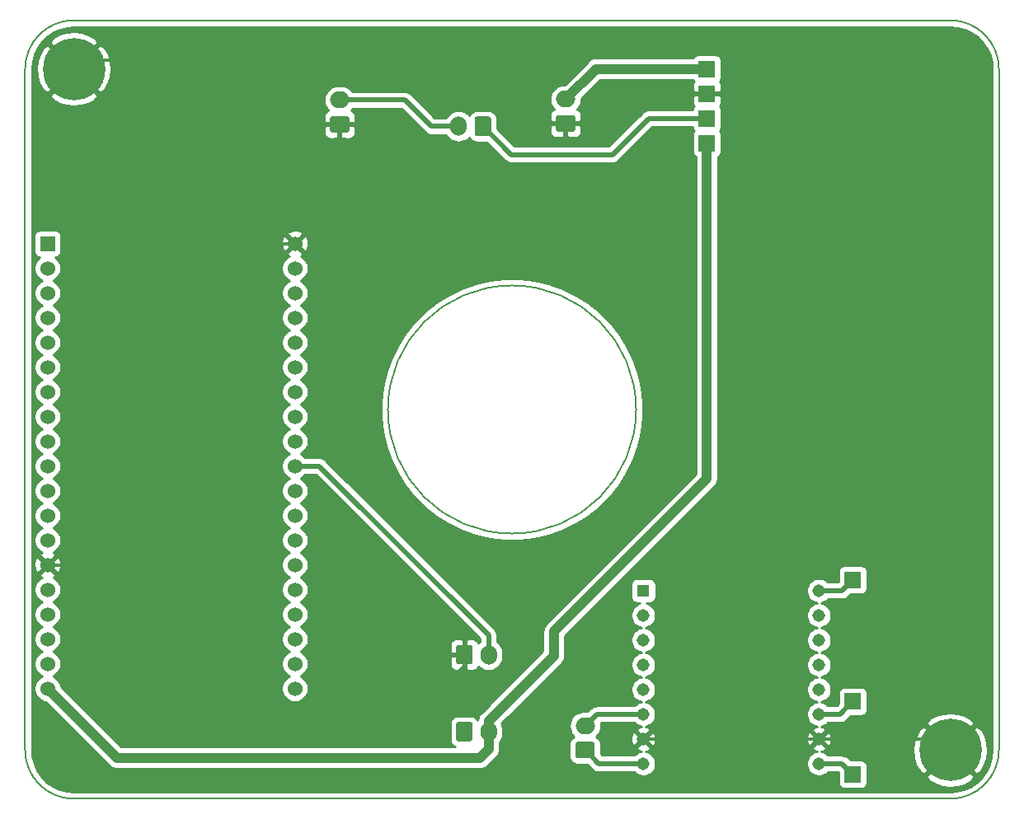
<source format=gbr>
%TF.GenerationSoftware,KiCad,Pcbnew,(5.1.6)-1*%
%TF.CreationDate,2021-02-27T16:35:54+01:00*%
%TF.ProjectId,07_LBAM_DFR,30375f4c-4241-44d5-9f44-46522e6b6963,rev?*%
%TF.SameCoordinates,Original*%
%TF.FileFunction,Copper,L2,Bot*%
%TF.FilePolarity,Positive*%
%FSLAX46Y46*%
G04 Gerber Fmt 4.6, Leading zero omitted, Abs format (unit mm)*
G04 Created by KiCad (PCBNEW (5.1.6)-1) date 2021-02-27 16:35:54*
%MOMM*%
%LPD*%
G01*
G04 APERTURE LIST*
%TA.AperFunction,Profile*%
%ADD10C,0.150000*%
%TD*%
%TA.AperFunction,ComponentPad*%
%ADD11C,1.530000*%
%TD*%
%TA.AperFunction,ComponentPad*%
%ADD12R,1.530000X1.530000*%
%TD*%
%TA.AperFunction,ComponentPad*%
%ADD13C,0.800000*%
%TD*%
%TA.AperFunction,ComponentPad*%
%ADD14C,6.400000*%
%TD*%
%TA.AperFunction,ComponentPad*%
%ADD15C,1.308000*%
%TD*%
%TA.AperFunction,ComponentPad*%
%ADD16R,1.308000X1.308000*%
%TD*%
%TA.AperFunction,ComponentPad*%
%ADD17O,1.700000X2.000000*%
%TD*%
%TA.AperFunction,ComponentPad*%
%ADD18O,2.000000X1.700000*%
%TD*%
%TA.AperFunction,ComponentPad*%
%ADD19R,1.700000X1.700000*%
%TD*%
%TA.AperFunction,ViaPad*%
%ADD20C,1.000000*%
%TD*%
%TA.AperFunction,Conductor*%
%ADD21C,0.300000*%
%TD*%
%TA.AperFunction,Conductor*%
%ADD22C,1.000000*%
%TD*%
%TA.AperFunction,Conductor*%
%ADD23C,0.500000*%
%TD*%
%TA.AperFunction,Conductor*%
%ADD24C,0.254000*%
%TD*%
G04 APERTURE END LIST*
D10*
X162747549Y-105000000D02*
G75*
G03*
X162747549Y-105000000I-12747549J0D01*
G01*
X180000000Y-65000000D02*
X195000000Y-65000000D01*
X157000000Y-65000000D02*
X180000000Y-65000000D01*
X195000000Y-65000000D02*
G75*
G02*
X200000000Y-70000000I0J-5000000D01*
G01*
X200000000Y-140000000D02*
G75*
G02*
X195000000Y-145000000I-5000000J0D01*
G01*
X105000000Y-145000000D02*
G75*
G02*
X100000000Y-140000000I0J5000000D01*
G01*
X100000000Y-70000000D02*
G75*
G02*
X105000000Y-65000000I5000000J0D01*
G01*
X100000000Y-140000000D02*
X100000000Y-70000000D01*
X195000000Y-145000000D02*
X105000000Y-145000000D01*
X200000000Y-70000000D02*
X200000000Y-140000000D01*
X105000000Y-65000000D02*
X157000000Y-65000000D01*
D11*
%TO.P,U2,38*%
%TO.N,GND*%
X127700000Y-87950000D03*
%TO.P,U2,37*%
%TO.N,Net-(U2-Pad37)*%
X127700000Y-90490000D03*
%TO.P,U2,36*%
%TO.N,Net-(U2-Pad36)*%
X127700000Y-93030000D03*
%TO.P,U2,35*%
%TO.N,Net-(U2-Pad35)*%
X127700000Y-95570000D03*
%TO.P,U2,34*%
%TO.N,Net-(U2-Pad34)*%
X127700000Y-98110000D03*
%TO.P,U2,33*%
%TO.N,Net-(U2-Pad33)*%
X127700000Y-100650000D03*
%TO.P,U2,32*%
%TO.N,Net-(U2-Pad32)*%
X127700000Y-103190000D03*
%TO.P,U2,31*%
%TO.N,Net-(U2-Pad31)*%
X127700000Y-105730000D03*
%TO.P,U2,30*%
%TO.N,Net-(U2-Pad30)*%
X127700000Y-108270000D03*
%TO.P,U2,29*%
%TO.N,bouton1*%
X127700000Y-110810000D03*
%TO.P,U2,28*%
%TO.N,Net-(R34-Pad2)*%
X127700000Y-113350000D03*
%TO.P,U2,27*%
%TO.N,Net-(R36-Pad2)*%
X127700000Y-115890000D03*
%TO.P,U2,26*%
%TO.N,LED_out*%
X127700000Y-118430000D03*
%TO.P,U2,25*%
%TO.N,Net-(R13-Pad2)*%
X127700000Y-120970000D03*
%TO.P,U2,24*%
%TO.N,Net-(U2-Pad24)*%
X127700000Y-123510000D03*
%TO.P,U2,23*%
%TO.N,Net-(U2-Pad23)*%
X127700000Y-126050000D03*
%TO.P,U2,22*%
%TO.N,Net-(U2-Pad22)*%
X127700000Y-128590000D03*
%TO.P,U2,21*%
%TO.N,Net-(U2-Pad21)*%
X127700000Y-131130000D03*
%TO.P,U2,20*%
%TO.N,Net-(U2-Pad20)*%
X127700000Y-133670000D03*
%TO.P,U2,19*%
%TO.N,5V*%
X102300000Y-133670000D03*
%TO.P,U2,18*%
%TO.N,Net-(U2-Pad18)*%
X102300000Y-131130000D03*
%TO.P,U2,17*%
%TO.N,Net-(U2-Pad17)*%
X102300000Y-128590000D03*
%TO.P,U2,16*%
%TO.N,Net-(U2-Pad16)*%
X102300000Y-126050000D03*
%TO.P,U2,15*%
%TO.N,Net-(U2-Pad15)*%
X102300000Y-123510000D03*
%TO.P,U2,14*%
%TO.N,GND*%
X102300000Y-120970000D03*
%TO.P,U2,13*%
%TO.N,Net-(U2-Pad13)*%
X102300000Y-118430000D03*
%TO.P,U2,12*%
%TO.N,Net-(U2-Pad12)*%
X102300000Y-115890000D03*
%TO.P,U2,11*%
%TO.N,Net-(U2-Pad11)*%
X102300000Y-113350000D03*
%TO.P,U2,10*%
%TO.N,Net-(U2-Pad10)*%
X102300000Y-110810000D03*
%TO.P,U2,9*%
%TO.N,Net-(U2-Pad9)*%
X102300000Y-108270000D03*
%TO.P,U2,8*%
%TO.N,Net-(U2-Pad8)*%
X102300000Y-105730000D03*
%TO.P,U2,7*%
%TO.N,Net-(U2-Pad7)*%
X102300000Y-103190000D03*
%TO.P,U2,6*%
%TO.N,Net-(U2-Pad6)*%
X102300000Y-100650000D03*
%TO.P,U2,5*%
%TO.N,Net-(U2-Pad5)*%
X102300000Y-98110000D03*
%TO.P,U2,4*%
%TO.N,Net-(U2-Pad4)*%
X102300000Y-95570000D03*
%TO.P,U2,3*%
%TO.N,Net-(U2-Pad3)*%
X102300000Y-93030000D03*
%TO.P,U2,2*%
%TO.N,Net-(R7-Pad1)*%
X102300000Y-90490000D03*
D12*
%TO.P,U2,1*%
%TO.N,3V3*%
X102300000Y-87950000D03*
%TD*%
D13*
%TO.P,H3,1*%
%TO.N,GND*%
X196697056Y-138302944D03*
X195000000Y-137600000D03*
X193302944Y-138302944D03*
X192600000Y-140000000D03*
X193302944Y-141697056D03*
X195000000Y-142400000D03*
X196697056Y-141697056D03*
X197400000Y-140000000D03*
D14*
X195000000Y-140000000D03*
%TD*%
D13*
%TO.P,H1,1*%
%TO.N,GND*%
X106697056Y-68302944D03*
X105000000Y-67600000D03*
X103302944Y-68302944D03*
X102600000Y-70000000D03*
X103302944Y-71697056D03*
X105000000Y-72400000D03*
X106697056Y-71697056D03*
X107400000Y-70000000D03*
D14*
X105000000Y-70000000D03*
%TD*%
D15*
%TO.P,U1,9*%
%TO.N,Net-(J2-Pad1)*%
X181517000Y-141390000D03*
%TO.P,U1,8*%
%TO.N,Net-(J5-Pad1)*%
X163483000Y-141390000D03*
%TO.P,U1,16*%
%TO.N,Net-(J1-Pad1)*%
X181517000Y-123610000D03*
D16*
%TO.P,U1,1*%
%TO.N,3V3*%
X163483000Y-123610000D03*
D15*
%TO.P,U1,10*%
%TO.N,GND*%
X181517000Y-138850000D03*
%TO.P,U1,7*%
X163483000Y-138850000D03*
%TO.P,U1,15*%
%TO.N,Net-(U1-Pad15)*%
X181517000Y-126150000D03*
%TO.P,U1,2*%
%TO.N,ESP2DFR*%
X163483000Y-126150000D03*
%TO.P,U1,11*%
%TO.N,Net-(J3-Pad1)*%
X181517000Y-136310000D03*
%TO.P,U1,14*%
%TO.N,Net-(U1-Pad14)*%
X181517000Y-128690000D03*
%TO.P,U1,3*%
%TO.N,DFR2ESP*%
X163483000Y-128690000D03*
%TO.P,U1,6*%
%TO.N,Net-(J5-Pad2)*%
X163483000Y-136310000D03*
%TO.P,U1,12*%
%TO.N,Net-(U1-Pad12)*%
X181517000Y-133770000D03*
%TO.P,U1,13*%
%TO.N,Net-(U1-Pad13)*%
X181517000Y-131230000D03*
%TO.P,U1,5*%
%TO.N,Net-(U1-Pad5)*%
X163483000Y-133770000D03*
%TO.P,U1,4*%
%TO.N,Net-(U1-Pad4)*%
X163483000Y-131230000D03*
%TD*%
D17*
%TO.P,J18,2*%
%TO.N,bouton1*%
X147600000Y-130200000D03*
%TO.P,J18,1*%
%TO.N,GND*%
%TA.AperFunction,ComponentPad*%
G36*
G01*
X144250000Y-130950000D02*
X144250000Y-129450000D01*
G75*
G02*
X144500000Y-129200000I250000J0D01*
G01*
X145700000Y-129200000D01*
G75*
G02*
X145950000Y-129450000I0J-250000D01*
G01*
X145950000Y-130950000D01*
G75*
G02*
X145700000Y-131200000I-250000J0D01*
G01*
X144500000Y-131200000D01*
G75*
G02*
X144250000Y-130950000I0J250000D01*
G01*
G37*
%TD.AperFunction*%
%TD*%
%TO.P,J26,2*%
%TO.N,5V*%
X147600000Y-138100000D03*
%TO.P,J26,1*%
%TO.N,Net-(J26-Pad1)*%
%TA.AperFunction,ComponentPad*%
G36*
G01*
X144250000Y-138850000D02*
X144250000Y-137350000D01*
G75*
G02*
X144500000Y-137100000I250000J0D01*
G01*
X145700000Y-137100000D01*
G75*
G02*
X145950000Y-137350000I0J-250000D01*
G01*
X145950000Y-138850000D01*
G75*
G02*
X145700000Y-139100000I-250000J0D01*
G01*
X144500000Y-139100000D01*
G75*
G02*
X144250000Y-138850000I0J250000D01*
G01*
G37*
%TD.AperFunction*%
%TD*%
D18*
%TO.P,J27,2*%
%TO.N,/Batt_alim/V_ext*%
X155500000Y-73100000D03*
%TO.P,J27,1*%
%TO.N,GND*%
%TA.AperFunction,ComponentPad*%
G36*
G01*
X156250000Y-76450000D02*
X154750000Y-76450000D01*
G75*
G02*
X154500000Y-76200000I0J250000D01*
G01*
X154500000Y-75000000D01*
G75*
G02*
X154750000Y-74750000I250000J0D01*
G01*
X156250000Y-74750000D01*
G75*
G02*
X156500000Y-75000000I0J-250000D01*
G01*
X156500000Y-76200000D01*
G75*
G02*
X156250000Y-76450000I-250000J0D01*
G01*
G37*
%TD.AperFunction*%
%TD*%
D17*
%TO.P,J9,2*%
%TO.N,Net-(J4-Pad2)*%
X144500000Y-75900000D03*
%TO.P,J9,1*%
%TO.N,Net-(J9-Pad1)*%
%TA.AperFunction,ComponentPad*%
G36*
G01*
X147850000Y-75150000D02*
X147850000Y-76650000D01*
G75*
G02*
X147600000Y-76900000I-250000J0D01*
G01*
X146400000Y-76900000D01*
G75*
G02*
X146150000Y-76650000I0J250000D01*
G01*
X146150000Y-75150000D01*
G75*
G02*
X146400000Y-74900000I250000J0D01*
G01*
X147600000Y-74900000D01*
G75*
G02*
X147850000Y-75150000I0J-250000D01*
G01*
G37*
%TD.AperFunction*%
%TD*%
D18*
%TO.P,J4,2*%
%TO.N,Net-(J4-Pad2)*%
X132300000Y-73200000D03*
%TO.P,J4,1*%
%TO.N,GND*%
%TA.AperFunction,ComponentPad*%
G36*
G01*
X133050000Y-76550000D02*
X131550000Y-76550000D01*
G75*
G02*
X131300000Y-76300000I0J250000D01*
G01*
X131300000Y-75100000D01*
G75*
G02*
X131550000Y-74850000I250000J0D01*
G01*
X133050000Y-74850000D01*
G75*
G02*
X133300000Y-75100000I0J-250000D01*
G01*
X133300000Y-76300000D01*
G75*
G02*
X133050000Y-76550000I-250000J0D01*
G01*
G37*
%TD.AperFunction*%
%TD*%
D19*
%TO.P,J1,1*%
%TO.N,Net-(J1-Pad1)*%
X185000000Y-122500000D03*
%TD*%
%TO.P,J2,1*%
%TO.N,Net-(J2-Pad1)*%
X185000000Y-142500000D03*
%TD*%
%TO.P,J3,1*%
%TO.N,Net-(J3-Pad1)*%
X185000000Y-135000000D03*
%TD*%
%TO.P,J5,1*%
%TO.N,Net-(J5-Pad1)*%
%TA.AperFunction,ComponentPad*%
G36*
G01*
X158250000Y-140850000D02*
X156750000Y-140850000D01*
G75*
G02*
X156500000Y-140600000I0J250000D01*
G01*
X156500000Y-139400000D01*
G75*
G02*
X156750000Y-139150000I250000J0D01*
G01*
X158250000Y-139150000D01*
G75*
G02*
X158500000Y-139400000I0J-250000D01*
G01*
X158500000Y-140600000D01*
G75*
G02*
X158250000Y-140850000I-250000J0D01*
G01*
G37*
%TD.AperFunction*%
D18*
%TO.P,J5,2*%
%TO.N,Net-(J5-Pad2)*%
X157500000Y-137500000D03*
%TD*%
D19*
%TO.P,U4,1*%
%TO.N,/Batt_alim/V_ext*%
X170000000Y-70000000D03*
%TO.P,U4,2*%
%TO.N,GND*%
X170000000Y-72540000D03*
%TO.P,U4,3*%
%TO.N,Net-(J9-Pad1)*%
X170000000Y-75080000D03*
%TO.P,U4,4*%
%TO.N,5V*%
X170000000Y-77620000D03*
%TD*%
D20*
%TO.N,GND*%
X133800000Y-132400000D03*
X130100000Y-125700000D03*
X152000000Y-126500000D03*
%TD*%
D21*
%TO.N,GND*%
X170000000Y-72540000D02*
X162760000Y-72540000D01*
X159700000Y-75600000D02*
X155500000Y-75600000D01*
X162760000Y-72540000D02*
X159700000Y-75600000D01*
X155500000Y-75600000D02*
X152400000Y-75600000D01*
X152400000Y-75600000D02*
X145900000Y-69100000D01*
X105900000Y-69100000D02*
X105000000Y-70000000D01*
X132300000Y-75700000D02*
X126100000Y-75700000D01*
X124000000Y-73600000D02*
X124000000Y-69100000D01*
X126100000Y-75700000D02*
X124000000Y-73600000D01*
X145900000Y-69100000D02*
X124000000Y-69100000D01*
X124000000Y-69100000D02*
X105900000Y-69100000D01*
X163483000Y-138850000D02*
X181517000Y-138850000D01*
X193850000Y-138850000D02*
X195000000Y-140000000D01*
X181517000Y-138850000D02*
X193850000Y-138850000D01*
X102300000Y-120970000D02*
X111730000Y-120970000D01*
X111730000Y-120970000D02*
X114600000Y-118100000D01*
X114600000Y-118100000D02*
X114600000Y-94700000D01*
X121350000Y-87950000D02*
X127700000Y-87950000D01*
X114600000Y-94700000D02*
X121350000Y-87950000D01*
X121350000Y-80450000D02*
X126100000Y-75700000D01*
X121350000Y-87950000D02*
X121350000Y-80450000D01*
X133800000Y-132400000D02*
X133800000Y-134700000D01*
X111730000Y-133630000D02*
X111730000Y-120970000D01*
X115300000Y-137200000D02*
X111730000Y-133630000D01*
X145100000Y-130200000D02*
X145100000Y-131300000D01*
X141550000Y-134850000D02*
X133650000Y-134850000D01*
X133800000Y-134700000D02*
X133650000Y-134850000D01*
X145100000Y-131300000D02*
X141550000Y-134850000D01*
X133650000Y-134850000D02*
X131300000Y-137200000D01*
X130400000Y-126000000D02*
X130100000Y-125700000D01*
X130400000Y-137200000D02*
X130400000Y-126000000D01*
X130400000Y-137200000D02*
X115300000Y-137200000D01*
X131300000Y-137200000D02*
X130400000Y-137200000D01*
X145100000Y-130200000D02*
X145100000Y-131600000D01*
X145100000Y-131600000D02*
X146500000Y-133000000D01*
X146500000Y-133000000D02*
X148400000Y-133000000D01*
X148400000Y-133000000D02*
X152000000Y-129400000D01*
X152000000Y-129400000D02*
X152000000Y-126500000D01*
D22*
%TO.N,5V*%
X147600000Y-138100000D02*
X147600000Y-139900000D01*
X147600000Y-139900000D02*
X146700000Y-140800000D01*
X109430000Y-140800000D02*
X102300000Y-133670000D01*
X146700000Y-140800000D02*
X109430000Y-140800000D01*
X170000000Y-77620000D02*
X170000000Y-112100000D01*
X170000000Y-112100000D02*
X154300000Y-127800000D01*
X147600000Y-137000000D02*
X154300000Y-130300000D01*
X147600000Y-138100000D02*
X147600000Y-137000000D01*
X154300000Y-127800000D02*
X154300000Y-130300000D01*
D23*
%TO.N,Net-(J4-Pad2)*%
X144500000Y-75900000D02*
X141700000Y-75900000D01*
X139000000Y-73200000D02*
X132300000Y-73200000D01*
X141700000Y-75900000D02*
X139000000Y-73200000D01*
%TO.N,bouton1*%
X147600000Y-130200000D02*
X147600000Y-128200000D01*
X130210000Y-110810000D02*
X127700000Y-110810000D01*
X147600000Y-128200000D02*
X130210000Y-110810000D01*
D22*
%TO.N,/Batt_alim/V_ext*%
X158600000Y-70000000D02*
X155500000Y-73100000D01*
X170000000Y-70000000D02*
X158600000Y-70000000D01*
D23*
%TO.N,Net-(J5-Pad1)*%
X158890000Y-141390000D02*
X157500000Y-140000000D01*
X163483000Y-141390000D02*
X158890000Y-141390000D01*
%TO.N,Net-(J5-Pad2)*%
X158690000Y-136310000D02*
X157500000Y-137500000D01*
X163483000Y-136310000D02*
X158690000Y-136310000D01*
%TO.N,Net-(J9-Pad1)*%
X170000000Y-75080000D02*
X164020000Y-75080000D01*
X164020000Y-75080000D02*
X160300000Y-78800000D01*
X149900000Y-78800000D02*
X147000000Y-75900000D01*
X160300000Y-78800000D02*
X149900000Y-78800000D01*
%TO.N,Net-(J1-Pad1)*%
X183890000Y-123610000D02*
X185000000Y-122500000D01*
X181517000Y-123610000D02*
X183890000Y-123610000D01*
%TO.N,Net-(J2-Pad1)*%
X183890000Y-141390000D02*
X185000000Y-142500000D01*
X181517000Y-141390000D02*
X183890000Y-141390000D01*
%TO.N,Net-(J3-Pad1)*%
X183690000Y-136310000D02*
X185000000Y-135000000D01*
X181517000Y-136310000D02*
X183690000Y-136310000D01*
%TD*%
D24*
%TO.N,GND*%
G36*
X195759192Y-65780578D02*
G01*
X196494389Y-65981705D01*
X197182351Y-66309846D01*
X197801331Y-66754628D01*
X198331761Y-67301988D01*
X198756884Y-67934639D01*
X199063251Y-68632561D01*
X199242499Y-69379183D01*
X199290000Y-70026030D01*
X199290001Y-139968370D01*
X199219422Y-140759193D01*
X199018295Y-141494389D01*
X198690152Y-142182355D01*
X198245374Y-142801328D01*
X197698012Y-143331761D01*
X197065362Y-143756883D01*
X196367439Y-144063251D01*
X195620819Y-144242499D01*
X194973970Y-144290000D01*
X105031618Y-144290000D01*
X104240807Y-144219422D01*
X103505611Y-144018295D01*
X102817645Y-143690152D01*
X102198672Y-143245374D01*
X101668239Y-142698012D01*
X101243117Y-142065362D01*
X100936749Y-141367439D01*
X100757501Y-140620819D01*
X100710000Y-139973970D01*
X100710000Y-123372112D01*
X100900000Y-123372112D01*
X100900000Y-123647888D01*
X100953801Y-123918365D01*
X101059336Y-124173149D01*
X101212549Y-124402448D01*
X101407552Y-124597451D01*
X101636851Y-124750664D01*
X101707674Y-124780000D01*
X101636851Y-124809336D01*
X101407552Y-124962549D01*
X101212549Y-125157552D01*
X101059336Y-125386851D01*
X100953801Y-125641635D01*
X100900000Y-125912112D01*
X100900000Y-126187888D01*
X100953801Y-126458365D01*
X101059336Y-126713149D01*
X101212549Y-126942448D01*
X101407552Y-127137451D01*
X101636851Y-127290664D01*
X101707674Y-127320000D01*
X101636851Y-127349336D01*
X101407552Y-127502549D01*
X101212549Y-127697552D01*
X101059336Y-127926851D01*
X100953801Y-128181635D01*
X100900000Y-128452112D01*
X100900000Y-128727888D01*
X100953801Y-128998365D01*
X101059336Y-129253149D01*
X101212549Y-129482448D01*
X101407552Y-129677451D01*
X101636851Y-129830664D01*
X101707674Y-129860000D01*
X101636851Y-129889336D01*
X101407552Y-130042549D01*
X101212549Y-130237552D01*
X101059336Y-130466851D01*
X100953801Y-130721635D01*
X100900000Y-130992112D01*
X100900000Y-131267888D01*
X100953801Y-131538365D01*
X101059336Y-131793149D01*
X101212549Y-132022448D01*
X101407552Y-132217451D01*
X101636851Y-132370664D01*
X101707674Y-132400000D01*
X101636851Y-132429336D01*
X101407552Y-132582549D01*
X101212549Y-132777552D01*
X101059336Y-133006851D01*
X100953801Y-133261635D01*
X100900000Y-133532112D01*
X100900000Y-133807888D01*
X100953801Y-134078365D01*
X101059336Y-134333149D01*
X101212549Y-134562448D01*
X101407552Y-134757451D01*
X101636851Y-134910664D01*
X101891635Y-135016199D01*
X102078172Y-135053303D01*
X108588013Y-141563146D01*
X108623551Y-141606449D01*
X108666854Y-141641987D01*
X108666856Y-141641989D01*
X108796377Y-141748284D01*
X108993553Y-141853676D01*
X109207501Y-141918577D01*
X109430000Y-141940491D01*
X109485752Y-141935000D01*
X146644249Y-141935000D01*
X146700000Y-141940491D01*
X146755751Y-141935000D01*
X146755752Y-141935000D01*
X146922499Y-141918577D01*
X147136447Y-141853676D01*
X147333623Y-141748284D01*
X147506449Y-141606449D01*
X147541995Y-141563136D01*
X148363140Y-140741992D01*
X148406449Y-140706449D01*
X148548284Y-140533623D01*
X148653676Y-140336447D01*
X148718577Y-140122499D01*
X148735000Y-139955752D01*
X148735000Y-139955745D01*
X148740490Y-139900001D01*
X148735000Y-139844257D01*
X148735000Y-139207817D01*
X148840706Y-139079014D01*
X148978599Y-138821033D01*
X149063513Y-138541110D01*
X149085000Y-138322949D01*
X149085000Y-137877050D01*
X149063513Y-137658889D01*
X149015315Y-137500000D01*
X155857815Y-137500000D01*
X155886487Y-137791111D01*
X155971401Y-138071034D01*
X156109294Y-138329014D01*
X156294866Y-138555134D01*
X156358337Y-138607223D01*
X156256614Y-138661595D01*
X156122038Y-138772038D01*
X156011595Y-138906614D01*
X155929528Y-139060150D01*
X155878992Y-139226746D01*
X155861928Y-139400000D01*
X155861928Y-140600000D01*
X155878992Y-140773254D01*
X155929528Y-140939850D01*
X156011595Y-141093386D01*
X156122038Y-141227962D01*
X156256614Y-141338405D01*
X156410150Y-141420472D01*
X156576746Y-141471008D01*
X156750000Y-141488072D01*
X157736493Y-141488072D01*
X158233470Y-141985049D01*
X158261183Y-142018817D01*
X158294951Y-142046530D01*
X158294953Y-142046532D01*
X158384660Y-142120153D01*
X158395941Y-142129411D01*
X158549687Y-142211589D01*
X158716510Y-142262195D01*
X158846523Y-142275000D01*
X158846531Y-142275000D01*
X158890000Y-142279281D01*
X158933469Y-142275000D01*
X162545078Y-142275000D01*
X162661310Y-142391232D01*
X162872430Y-142532297D01*
X163107013Y-142629465D01*
X163356045Y-142679000D01*
X163609955Y-142679000D01*
X163858987Y-142629465D01*
X164093570Y-142532297D01*
X164304690Y-142391232D01*
X164484232Y-142211690D01*
X164625297Y-142000570D01*
X164722465Y-141765987D01*
X164772000Y-141516955D01*
X164772000Y-141263045D01*
X180228000Y-141263045D01*
X180228000Y-141516955D01*
X180277535Y-141765987D01*
X180374703Y-142000570D01*
X180515768Y-142211690D01*
X180695310Y-142391232D01*
X180906430Y-142532297D01*
X181141013Y-142629465D01*
X181390045Y-142679000D01*
X181643955Y-142679000D01*
X181892987Y-142629465D01*
X182127570Y-142532297D01*
X182338690Y-142391232D01*
X182454922Y-142275000D01*
X183511928Y-142275000D01*
X183511928Y-143350000D01*
X183524188Y-143474482D01*
X183560498Y-143594180D01*
X183619463Y-143704494D01*
X183698815Y-143801185D01*
X183795506Y-143880537D01*
X183905820Y-143939502D01*
X184025518Y-143975812D01*
X184150000Y-143988072D01*
X185850000Y-143988072D01*
X185974482Y-143975812D01*
X186094180Y-143939502D01*
X186204494Y-143880537D01*
X186301185Y-143801185D01*
X186380537Y-143704494D01*
X186439502Y-143594180D01*
X186475812Y-143474482D01*
X186488072Y-143350000D01*
X186488072Y-142700881D01*
X192478724Y-142700881D01*
X192838912Y-143190548D01*
X193502882Y-143550849D01*
X194224385Y-143774694D01*
X194975695Y-143853480D01*
X195727938Y-143784178D01*
X196452208Y-143569452D01*
X197120670Y-143217555D01*
X197161088Y-143190548D01*
X197521276Y-142700881D01*
X195000000Y-140179605D01*
X192478724Y-142700881D01*
X186488072Y-142700881D01*
X186488072Y-141650000D01*
X186475812Y-141525518D01*
X186439502Y-141405820D01*
X186380537Y-141295506D01*
X186301185Y-141198815D01*
X186204494Y-141119463D01*
X186094180Y-141060498D01*
X185974482Y-141024188D01*
X185850000Y-141011928D01*
X184763506Y-141011928D01*
X184546534Y-140794956D01*
X184518817Y-140761183D01*
X184384059Y-140650589D01*
X184230313Y-140568411D01*
X184063490Y-140517805D01*
X183933477Y-140505000D01*
X183933469Y-140505000D01*
X183890000Y-140500719D01*
X183846531Y-140505000D01*
X182454922Y-140505000D01*
X182338690Y-140388768D01*
X182127570Y-140247703D01*
X181892987Y-140150535D01*
X181739001Y-140119906D01*
X181844079Y-140103259D01*
X182082293Y-140015368D01*
X182156515Y-139975695D01*
X191146520Y-139975695D01*
X191215822Y-140727938D01*
X191430548Y-141452208D01*
X191782445Y-142120670D01*
X191809452Y-142161088D01*
X192299119Y-142521276D01*
X194820395Y-140000000D01*
X195179605Y-140000000D01*
X197700881Y-142521276D01*
X198190548Y-142161088D01*
X198550849Y-141497118D01*
X198774694Y-140775615D01*
X198853480Y-140024305D01*
X198784178Y-139272062D01*
X198569452Y-138547792D01*
X198217555Y-137879330D01*
X198190548Y-137838912D01*
X197700881Y-137478724D01*
X195179605Y-140000000D01*
X194820395Y-140000000D01*
X192299119Y-137478724D01*
X191809452Y-137838912D01*
X191449151Y-138502882D01*
X191225306Y-139224385D01*
X191146520Y-139975695D01*
X182156515Y-139975695D01*
X182171907Y-139967468D01*
X182225782Y-139738387D01*
X181517000Y-139029605D01*
X180808218Y-139738387D01*
X180862093Y-139967468D01*
X181092684Y-140073763D01*
X181289484Y-140121003D01*
X181141013Y-140150535D01*
X180906430Y-140247703D01*
X180695310Y-140388768D01*
X180515768Y-140568310D01*
X180374703Y-140779430D01*
X180277535Y-141014013D01*
X180228000Y-141263045D01*
X164772000Y-141263045D01*
X164722465Y-141014013D01*
X164625297Y-140779430D01*
X164484232Y-140568310D01*
X164304690Y-140388768D01*
X164093570Y-140247703D01*
X163858987Y-140150535D01*
X163705001Y-140119906D01*
X163810079Y-140103259D01*
X164048293Y-140015368D01*
X164137907Y-139967468D01*
X164191782Y-139738387D01*
X163483000Y-139029605D01*
X162774218Y-139738387D01*
X162828093Y-139967468D01*
X163058684Y-140073763D01*
X163255484Y-140121003D01*
X163107013Y-140150535D01*
X162872430Y-140247703D01*
X162661310Y-140388768D01*
X162545078Y-140505000D01*
X159256579Y-140505000D01*
X159138072Y-140386493D01*
X159138072Y-139400000D01*
X159121008Y-139226746D01*
X159070472Y-139060150D01*
X158998926Y-138926296D01*
X162190012Y-138926296D01*
X162229741Y-139177079D01*
X162317632Y-139415293D01*
X162365532Y-139504907D01*
X162594613Y-139558782D01*
X163303395Y-138850000D01*
X163662605Y-138850000D01*
X164371387Y-139558782D01*
X164600468Y-139504907D01*
X164706763Y-139274316D01*
X164766028Y-139027419D01*
X164769997Y-138926296D01*
X180224012Y-138926296D01*
X180263741Y-139177079D01*
X180351632Y-139415293D01*
X180399532Y-139504907D01*
X180628613Y-139558782D01*
X181337395Y-138850000D01*
X181696605Y-138850000D01*
X182405387Y-139558782D01*
X182634468Y-139504907D01*
X182740763Y-139274316D01*
X182800028Y-139027419D01*
X182809988Y-138773704D01*
X182770259Y-138522921D01*
X182682368Y-138284707D01*
X182634468Y-138195093D01*
X182405387Y-138141218D01*
X181696605Y-138850000D01*
X181337395Y-138850000D01*
X180628613Y-138141218D01*
X180399532Y-138195093D01*
X180293237Y-138425684D01*
X180233972Y-138672581D01*
X180224012Y-138926296D01*
X164769997Y-138926296D01*
X164775988Y-138773704D01*
X164736259Y-138522921D01*
X164648368Y-138284707D01*
X164600468Y-138195093D01*
X164371387Y-138141218D01*
X163662605Y-138850000D01*
X163303395Y-138850000D01*
X162594613Y-138141218D01*
X162365532Y-138195093D01*
X162259237Y-138425684D01*
X162199972Y-138672581D01*
X162190012Y-138926296D01*
X158998926Y-138926296D01*
X158988405Y-138906614D01*
X158877962Y-138772038D01*
X158743386Y-138661595D01*
X158641663Y-138607223D01*
X158705134Y-138555134D01*
X158890706Y-138329014D01*
X159028599Y-138071034D01*
X159113513Y-137791111D01*
X159142185Y-137500000D01*
X159113513Y-137208889D01*
X159109300Y-137195000D01*
X162545078Y-137195000D01*
X162661310Y-137311232D01*
X162872430Y-137452297D01*
X163107013Y-137549465D01*
X163260999Y-137580094D01*
X163155921Y-137596741D01*
X162917707Y-137684632D01*
X162828093Y-137732532D01*
X162774218Y-137961613D01*
X163483000Y-138670395D01*
X164191782Y-137961613D01*
X164137907Y-137732532D01*
X163907316Y-137626237D01*
X163710516Y-137578997D01*
X163858987Y-137549465D01*
X164093570Y-137452297D01*
X164304690Y-137311232D01*
X164484232Y-137131690D01*
X164625297Y-136920570D01*
X164722465Y-136685987D01*
X164772000Y-136436955D01*
X164772000Y-136183045D01*
X164722465Y-135934013D01*
X164625297Y-135699430D01*
X164484232Y-135488310D01*
X164304690Y-135308768D01*
X164093570Y-135167703D01*
X163858987Y-135070535D01*
X163705476Y-135040000D01*
X163858987Y-135009465D01*
X164093570Y-134912297D01*
X164304690Y-134771232D01*
X164484232Y-134591690D01*
X164625297Y-134380570D01*
X164722465Y-134145987D01*
X164772000Y-133896955D01*
X164772000Y-133643045D01*
X164722465Y-133394013D01*
X164625297Y-133159430D01*
X164484232Y-132948310D01*
X164304690Y-132768768D01*
X164093570Y-132627703D01*
X163858987Y-132530535D01*
X163705476Y-132500000D01*
X163858987Y-132469465D01*
X164093570Y-132372297D01*
X164304690Y-132231232D01*
X164484232Y-132051690D01*
X164625297Y-131840570D01*
X164722465Y-131605987D01*
X164772000Y-131356955D01*
X164772000Y-131103045D01*
X164722465Y-130854013D01*
X164625297Y-130619430D01*
X164484232Y-130408310D01*
X164304690Y-130228768D01*
X164093570Y-130087703D01*
X163858987Y-129990535D01*
X163705476Y-129960000D01*
X163858987Y-129929465D01*
X164093570Y-129832297D01*
X164304690Y-129691232D01*
X164484232Y-129511690D01*
X164625297Y-129300570D01*
X164722465Y-129065987D01*
X164772000Y-128816955D01*
X164772000Y-128563045D01*
X164722465Y-128314013D01*
X164625297Y-128079430D01*
X164484232Y-127868310D01*
X164304690Y-127688768D01*
X164093570Y-127547703D01*
X163858987Y-127450535D01*
X163705476Y-127420000D01*
X163858987Y-127389465D01*
X164093570Y-127292297D01*
X164304690Y-127151232D01*
X164484232Y-126971690D01*
X164625297Y-126760570D01*
X164722465Y-126525987D01*
X164772000Y-126276955D01*
X164772000Y-126023045D01*
X164722465Y-125774013D01*
X164625297Y-125539430D01*
X164484232Y-125328310D01*
X164304690Y-125148768D01*
X164093570Y-125007703D01*
X163858987Y-124910535D01*
X163816440Y-124902072D01*
X164137000Y-124902072D01*
X164261482Y-124889812D01*
X164381180Y-124853502D01*
X164491494Y-124794537D01*
X164588185Y-124715185D01*
X164667537Y-124618494D01*
X164726502Y-124508180D01*
X164762812Y-124388482D01*
X164775072Y-124264000D01*
X164775072Y-123483045D01*
X180228000Y-123483045D01*
X180228000Y-123736955D01*
X180277535Y-123985987D01*
X180374703Y-124220570D01*
X180515768Y-124431690D01*
X180695310Y-124611232D01*
X180906430Y-124752297D01*
X181141013Y-124849465D01*
X181294524Y-124880000D01*
X181141013Y-124910535D01*
X180906430Y-125007703D01*
X180695310Y-125148768D01*
X180515768Y-125328310D01*
X180374703Y-125539430D01*
X180277535Y-125774013D01*
X180228000Y-126023045D01*
X180228000Y-126276955D01*
X180277535Y-126525987D01*
X180374703Y-126760570D01*
X180515768Y-126971690D01*
X180695310Y-127151232D01*
X180906430Y-127292297D01*
X181141013Y-127389465D01*
X181294524Y-127420000D01*
X181141013Y-127450535D01*
X180906430Y-127547703D01*
X180695310Y-127688768D01*
X180515768Y-127868310D01*
X180374703Y-128079430D01*
X180277535Y-128314013D01*
X180228000Y-128563045D01*
X180228000Y-128816955D01*
X180277535Y-129065987D01*
X180374703Y-129300570D01*
X180515768Y-129511690D01*
X180695310Y-129691232D01*
X180906430Y-129832297D01*
X181141013Y-129929465D01*
X181294524Y-129960000D01*
X181141013Y-129990535D01*
X180906430Y-130087703D01*
X180695310Y-130228768D01*
X180515768Y-130408310D01*
X180374703Y-130619430D01*
X180277535Y-130854013D01*
X180228000Y-131103045D01*
X180228000Y-131356955D01*
X180277535Y-131605987D01*
X180374703Y-131840570D01*
X180515768Y-132051690D01*
X180695310Y-132231232D01*
X180906430Y-132372297D01*
X181141013Y-132469465D01*
X181294524Y-132500000D01*
X181141013Y-132530535D01*
X180906430Y-132627703D01*
X180695310Y-132768768D01*
X180515768Y-132948310D01*
X180374703Y-133159430D01*
X180277535Y-133394013D01*
X180228000Y-133643045D01*
X180228000Y-133896955D01*
X180277535Y-134145987D01*
X180374703Y-134380570D01*
X180515768Y-134591690D01*
X180695310Y-134771232D01*
X180906430Y-134912297D01*
X181141013Y-135009465D01*
X181294524Y-135040000D01*
X181141013Y-135070535D01*
X180906430Y-135167703D01*
X180695310Y-135308768D01*
X180515768Y-135488310D01*
X180374703Y-135699430D01*
X180277535Y-135934013D01*
X180228000Y-136183045D01*
X180228000Y-136436955D01*
X180277535Y-136685987D01*
X180374703Y-136920570D01*
X180515768Y-137131690D01*
X180695310Y-137311232D01*
X180906430Y-137452297D01*
X181141013Y-137549465D01*
X181294999Y-137580094D01*
X181189921Y-137596741D01*
X180951707Y-137684632D01*
X180862093Y-137732532D01*
X180808218Y-137961613D01*
X181517000Y-138670395D01*
X182225782Y-137961613D01*
X182171907Y-137732532D01*
X181941316Y-137626237D01*
X181744516Y-137578997D01*
X181892987Y-137549465D01*
X182127570Y-137452297D01*
X182338690Y-137311232D01*
X182350803Y-137299119D01*
X192478724Y-137299119D01*
X195000000Y-139820395D01*
X197521276Y-137299119D01*
X197161088Y-136809452D01*
X196497118Y-136449151D01*
X195775615Y-136225306D01*
X195024305Y-136146520D01*
X194272062Y-136215822D01*
X193547792Y-136430548D01*
X192879330Y-136782445D01*
X192838912Y-136809452D01*
X192478724Y-137299119D01*
X182350803Y-137299119D01*
X182454922Y-137195000D01*
X183646531Y-137195000D01*
X183690000Y-137199281D01*
X183733469Y-137195000D01*
X183733477Y-137195000D01*
X183863490Y-137182195D01*
X184030313Y-137131589D01*
X184184059Y-137049411D01*
X184318817Y-136938817D01*
X184346534Y-136905044D01*
X184763506Y-136488072D01*
X185850000Y-136488072D01*
X185974482Y-136475812D01*
X186094180Y-136439502D01*
X186204494Y-136380537D01*
X186301185Y-136301185D01*
X186380537Y-136204494D01*
X186439502Y-136094180D01*
X186475812Y-135974482D01*
X186488072Y-135850000D01*
X186488072Y-134150000D01*
X186475812Y-134025518D01*
X186439502Y-133905820D01*
X186380537Y-133795506D01*
X186301185Y-133698815D01*
X186204494Y-133619463D01*
X186094180Y-133560498D01*
X185974482Y-133524188D01*
X185850000Y-133511928D01*
X184150000Y-133511928D01*
X184025518Y-133524188D01*
X183905820Y-133560498D01*
X183795506Y-133619463D01*
X183698815Y-133698815D01*
X183619463Y-133795506D01*
X183560498Y-133905820D01*
X183524188Y-134025518D01*
X183511928Y-134150000D01*
X183511928Y-135236494D01*
X183323422Y-135425000D01*
X182454922Y-135425000D01*
X182338690Y-135308768D01*
X182127570Y-135167703D01*
X181892987Y-135070535D01*
X181739476Y-135040000D01*
X181892987Y-135009465D01*
X182127570Y-134912297D01*
X182338690Y-134771232D01*
X182518232Y-134591690D01*
X182659297Y-134380570D01*
X182756465Y-134145987D01*
X182806000Y-133896955D01*
X182806000Y-133643045D01*
X182756465Y-133394013D01*
X182659297Y-133159430D01*
X182518232Y-132948310D01*
X182338690Y-132768768D01*
X182127570Y-132627703D01*
X181892987Y-132530535D01*
X181739476Y-132500000D01*
X181892987Y-132469465D01*
X182127570Y-132372297D01*
X182338690Y-132231232D01*
X182518232Y-132051690D01*
X182659297Y-131840570D01*
X182756465Y-131605987D01*
X182806000Y-131356955D01*
X182806000Y-131103045D01*
X182756465Y-130854013D01*
X182659297Y-130619430D01*
X182518232Y-130408310D01*
X182338690Y-130228768D01*
X182127570Y-130087703D01*
X181892987Y-129990535D01*
X181739476Y-129960000D01*
X181892987Y-129929465D01*
X182127570Y-129832297D01*
X182338690Y-129691232D01*
X182518232Y-129511690D01*
X182659297Y-129300570D01*
X182756465Y-129065987D01*
X182806000Y-128816955D01*
X182806000Y-128563045D01*
X182756465Y-128314013D01*
X182659297Y-128079430D01*
X182518232Y-127868310D01*
X182338690Y-127688768D01*
X182127570Y-127547703D01*
X181892987Y-127450535D01*
X181739476Y-127420000D01*
X181892987Y-127389465D01*
X182127570Y-127292297D01*
X182338690Y-127151232D01*
X182518232Y-126971690D01*
X182659297Y-126760570D01*
X182756465Y-126525987D01*
X182806000Y-126276955D01*
X182806000Y-126023045D01*
X182756465Y-125774013D01*
X182659297Y-125539430D01*
X182518232Y-125328310D01*
X182338690Y-125148768D01*
X182127570Y-125007703D01*
X181892987Y-124910535D01*
X181739476Y-124880000D01*
X181892987Y-124849465D01*
X182127570Y-124752297D01*
X182338690Y-124611232D01*
X182454922Y-124495000D01*
X183846531Y-124495000D01*
X183890000Y-124499281D01*
X183933469Y-124495000D01*
X183933477Y-124495000D01*
X184063490Y-124482195D01*
X184230313Y-124431589D01*
X184384059Y-124349411D01*
X184518817Y-124238817D01*
X184546534Y-124205044D01*
X184763506Y-123988072D01*
X185850000Y-123988072D01*
X185974482Y-123975812D01*
X186094180Y-123939502D01*
X186204494Y-123880537D01*
X186301185Y-123801185D01*
X186380537Y-123704494D01*
X186439502Y-123594180D01*
X186475812Y-123474482D01*
X186488072Y-123350000D01*
X186488072Y-121650000D01*
X186475812Y-121525518D01*
X186439502Y-121405820D01*
X186380537Y-121295506D01*
X186301185Y-121198815D01*
X186204494Y-121119463D01*
X186094180Y-121060498D01*
X185974482Y-121024188D01*
X185850000Y-121011928D01*
X184150000Y-121011928D01*
X184025518Y-121024188D01*
X183905820Y-121060498D01*
X183795506Y-121119463D01*
X183698815Y-121198815D01*
X183619463Y-121295506D01*
X183560498Y-121405820D01*
X183524188Y-121525518D01*
X183511928Y-121650000D01*
X183511928Y-122725000D01*
X182454922Y-122725000D01*
X182338690Y-122608768D01*
X182127570Y-122467703D01*
X181892987Y-122370535D01*
X181643955Y-122321000D01*
X181390045Y-122321000D01*
X181141013Y-122370535D01*
X180906430Y-122467703D01*
X180695310Y-122608768D01*
X180515768Y-122788310D01*
X180374703Y-122999430D01*
X180277535Y-123234013D01*
X180228000Y-123483045D01*
X164775072Y-123483045D01*
X164775072Y-122956000D01*
X164762812Y-122831518D01*
X164726502Y-122711820D01*
X164667537Y-122601506D01*
X164588185Y-122504815D01*
X164491494Y-122425463D01*
X164381180Y-122366498D01*
X164261482Y-122330188D01*
X164137000Y-122317928D01*
X162829000Y-122317928D01*
X162704518Y-122330188D01*
X162584820Y-122366498D01*
X162474506Y-122425463D01*
X162377815Y-122504815D01*
X162298463Y-122601506D01*
X162239498Y-122711820D01*
X162203188Y-122831518D01*
X162190928Y-122956000D01*
X162190928Y-124264000D01*
X162203188Y-124388482D01*
X162239498Y-124508180D01*
X162298463Y-124618494D01*
X162377815Y-124715185D01*
X162474506Y-124794537D01*
X162584820Y-124853502D01*
X162704518Y-124889812D01*
X162829000Y-124902072D01*
X163149560Y-124902072D01*
X163107013Y-124910535D01*
X162872430Y-125007703D01*
X162661310Y-125148768D01*
X162481768Y-125328310D01*
X162340703Y-125539430D01*
X162243535Y-125774013D01*
X162194000Y-126023045D01*
X162194000Y-126276955D01*
X162243535Y-126525987D01*
X162340703Y-126760570D01*
X162481768Y-126971690D01*
X162661310Y-127151232D01*
X162872430Y-127292297D01*
X163107013Y-127389465D01*
X163260524Y-127420000D01*
X163107013Y-127450535D01*
X162872430Y-127547703D01*
X162661310Y-127688768D01*
X162481768Y-127868310D01*
X162340703Y-128079430D01*
X162243535Y-128314013D01*
X162194000Y-128563045D01*
X162194000Y-128816955D01*
X162243535Y-129065987D01*
X162340703Y-129300570D01*
X162481768Y-129511690D01*
X162661310Y-129691232D01*
X162872430Y-129832297D01*
X163107013Y-129929465D01*
X163260524Y-129960000D01*
X163107013Y-129990535D01*
X162872430Y-130087703D01*
X162661310Y-130228768D01*
X162481768Y-130408310D01*
X162340703Y-130619430D01*
X162243535Y-130854013D01*
X162194000Y-131103045D01*
X162194000Y-131356955D01*
X162243535Y-131605987D01*
X162340703Y-131840570D01*
X162481768Y-132051690D01*
X162661310Y-132231232D01*
X162872430Y-132372297D01*
X163107013Y-132469465D01*
X163260524Y-132500000D01*
X163107013Y-132530535D01*
X162872430Y-132627703D01*
X162661310Y-132768768D01*
X162481768Y-132948310D01*
X162340703Y-133159430D01*
X162243535Y-133394013D01*
X162194000Y-133643045D01*
X162194000Y-133896955D01*
X162243535Y-134145987D01*
X162340703Y-134380570D01*
X162481768Y-134591690D01*
X162661310Y-134771232D01*
X162872430Y-134912297D01*
X163107013Y-135009465D01*
X163260524Y-135040000D01*
X163107013Y-135070535D01*
X162872430Y-135167703D01*
X162661310Y-135308768D01*
X162545078Y-135425000D01*
X158733465Y-135425000D01*
X158689999Y-135420719D01*
X158646533Y-135425000D01*
X158646523Y-135425000D01*
X158516510Y-135437805D01*
X158349687Y-135488411D01*
X158195941Y-135570589D01*
X158195939Y-135570590D01*
X158195940Y-135570590D01*
X158094953Y-135653468D01*
X158094951Y-135653470D01*
X158061183Y-135681183D01*
X158033470Y-135714951D01*
X157732482Y-136015939D01*
X157722950Y-136015000D01*
X157277050Y-136015000D01*
X157058889Y-136036487D01*
X156778966Y-136121401D01*
X156520986Y-136259294D01*
X156294866Y-136444866D01*
X156109294Y-136670986D01*
X155971401Y-136928966D01*
X155886487Y-137208889D01*
X155857815Y-137500000D01*
X149015315Y-137500000D01*
X148978599Y-137378966D01*
X148925502Y-137279629D01*
X155063141Y-131141991D01*
X155106449Y-131106449D01*
X155248284Y-130933623D01*
X155353676Y-130736447D01*
X155418577Y-130522499D01*
X155435000Y-130355752D01*
X155440491Y-130300000D01*
X155435000Y-130244248D01*
X155435000Y-128270131D01*
X170763141Y-112941991D01*
X170806449Y-112906449D01*
X170948284Y-112733623D01*
X171053676Y-112536447D01*
X171118577Y-112322499D01*
X171135000Y-112155752D01*
X171140491Y-112100000D01*
X171135000Y-112044249D01*
X171135000Y-79037683D01*
X171204494Y-79000537D01*
X171301185Y-78921185D01*
X171380537Y-78824494D01*
X171439502Y-78714180D01*
X171475812Y-78594482D01*
X171488072Y-78470000D01*
X171488072Y-76770000D01*
X171475812Y-76645518D01*
X171439502Y-76525820D01*
X171380537Y-76415506D01*
X171326778Y-76350000D01*
X171380537Y-76284494D01*
X171439502Y-76174180D01*
X171475812Y-76054482D01*
X171488072Y-75930000D01*
X171488072Y-74230000D01*
X171475812Y-74105518D01*
X171439502Y-73985820D01*
X171380537Y-73875506D01*
X171326778Y-73810000D01*
X171380537Y-73744494D01*
X171439502Y-73634180D01*
X171475812Y-73514482D01*
X171488072Y-73390000D01*
X171485000Y-72825750D01*
X171326250Y-72667000D01*
X170127000Y-72667000D01*
X170127000Y-72687000D01*
X169873000Y-72687000D01*
X169873000Y-72667000D01*
X168673750Y-72667000D01*
X168515000Y-72825750D01*
X168511928Y-73390000D01*
X168524188Y-73514482D01*
X168560498Y-73634180D01*
X168619463Y-73744494D01*
X168673222Y-73810000D01*
X168619463Y-73875506D01*
X168560498Y-73985820D01*
X168524188Y-74105518D01*
X168515375Y-74195000D01*
X164063465Y-74195000D01*
X164019999Y-74190719D01*
X163976533Y-74195000D01*
X163976523Y-74195000D01*
X163846510Y-74207805D01*
X163679687Y-74258411D01*
X163525941Y-74340589D01*
X163496452Y-74364790D01*
X163424953Y-74423468D01*
X163424951Y-74423470D01*
X163391183Y-74451183D01*
X163363470Y-74484951D01*
X159933422Y-77915000D01*
X150266579Y-77915000D01*
X148801579Y-76450000D01*
X153861928Y-76450000D01*
X153874188Y-76574482D01*
X153910498Y-76694180D01*
X153969463Y-76804494D01*
X154048815Y-76901185D01*
X154145506Y-76980537D01*
X154255820Y-77039502D01*
X154375518Y-77075812D01*
X154500000Y-77088072D01*
X155214250Y-77085000D01*
X155373000Y-76926250D01*
X155373000Y-75727000D01*
X155627000Y-75727000D01*
X155627000Y-76926250D01*
X155785750Y-77085000D01*
X156500000Y-77088072D01*
X156624482Y-77075812D01*
X156744180Y-77039502D01*
X156854494Y-76980537D01*
X156951185Y-76901185D01*
X157030537Y-76804494D01*
X157089502Y-76694180D01*
X157125812Y-76574482D01*
X157138072Y-76450000D01*
X157135000Y-75885750D01*
X156976250Y-75727000D01*
X155627000Y-75727000D01*
X155373000Y-75727000D01*
X154023750Y-75727000D01*
X153865000Y-75885750D01*
X153861928Y-76450000D01*
X148801579Y-76450000D01*
X148488072Y-76136494D01*
X148488072Y-75150000D01*
X148471008Y-74976746D01*
X148420472Y-74810150D01*
X148338405Y-74656614D01*
X148227962Y-74522038D01*
X148093386Y-74411595D01*
X147939850Y-74329528D01*
X147773254Y-74278992D01*
X147600000Y-74261928D01*
X146400000Y-74261928D01*
X146226746Y-74278992D01*
X146060150Y-74329528D01*
X145906614Y-74411595D01*
X145772038Y-74522038D01*
X145661595Y-74656614D01*
X145607223Y-74758337D01*
X145555134Y-74694866D01*
X145329014Y-74509294D01*
X145071034Y-74371401D01*
X144791111Y-74286487D01*
X144500000Y-74257815D01*
X144208890Y-74286487D01*
X143928967Y-74371401D01*
X143670987Y-74509294D01*
X143444866Y-74694866D01*
X143259294Y-74920986D01*
X143209043Y-75015000D01*
X142066579Y-75015000D01*
X140151579Y-73100000D01*
X153857815Y-73100000D01*
X153886487Y-73391111D01*
X153971401Y-73671034D01*
X154109294Y-73929014D01*
X154290608Y-74149945D01*
X154255820Y-74160498D01*
X154145506Y-74219463D01*
X154048815Y-74298815D01*
X153969463Y-74395506D01*
X153910498Y-74505820D01*
X153874188Y-74625518D01*
X153861928Y-74750000D01*
X153865000Y-75314250D01*
X154023750Y-75473000D01*
X155373000Y-75473000D01*
X155373000Y-75453000D01*
X155627000Y-75453000D01*
X155627000Y-75473000D01*
X156976250Y-75473000D01*
X157135000Y-75314250D01*
X157138072Y-74750000D01*
X157125812Y-74625518D01*
X157089502Y-74505820D01*
X157030537Y-74395506D01*
X156951185Y-74298815D01*
X156854494Y-74219463D01*
X156744180Y-74160498D01*
X156709392Y-74149945D01*
X156890706Y-73929014D01*
X157028599Y-73671034D01*
X157113513Y-73391111D01*
X157142185Y-73100000D01*
X157138863Y-73066269D01*
X159070132Y-71135000D01*
X168582317Y-71135000D01*
X168619463Y-71204494D01*
X168673222Y-71270000D01*
X168619463Y-71335506D01*
X168560498Y-71445820D01*
X168524188Y-71565518D01*
X168511928Y-71690000D01*
X168515000Y-72254250D01*
X168673750Y-72413000D01*
X169873000Y-72413000D01*
X169873000Y-72393000D01*
X170127000Y-72393000D01*
X170127000Y-72413000D01*
X171326250Y-72413000D01*
X171485000Y-72254250D01*
X171488072Y-71690000D01*
X171475812Y-71565518D01*
X171439502Y-71445820D01*
X171380537Y-71335506D01*
X171326778Y-71270000D01*
X171380537Y-71204494D01*
X171439502Y-71094180D01*
X171475812Y-70974482D01*
X171488072Y-70850000D01*
X171488072Y-69150000D01*
X171475812Y-69025518D01*
X171439502Y-68905820D01*
X171380537Y-68795506D01*
X171301185Y-68698815D01*
X171204494Y-68619463D01*
X171094180Y-68560498D01*
X170974482Y-68524188D01*
X170850000Y-68511928D01*
X169150000Y-68511928D01*
X169025518Y-68524188D01*
X168905820Y-68560498D01*
X168795506Y-68619463D01*
X168698815Y-68698815D01*
X168619463Y-68795506D01*
X168582317Y-68865000D01*
X158655751Y-68865000D01*
X158599999Y-68859509D01*
X158544248Y-68865000D01*
X158377501Y-68881423D01*
X158163553Y-68946324D01*
X157966377Y-69051716D01*
X157793551Y-69193551D01*
X157758009Y-69236859D01*
X155379869Y-71615000D01*
X155277050Y-71615000D01*
X155058889Y-71636487D01*
X154778966Y-71721401D01*
X154520986Y-71859294D01*
X154294866Y-72044866D01*
X154109294Y-72270986D01*
X153971401Y-72528966D01*
X153886487Y-72808889D01*
X153857815Y-73100000D01*
X140151579Y-73100000D01*
X139656534Y-72604956D01*
X139628817Y-72571183D01*
X139494059Y-72460589D01*
X139340313Y-72378411D01*
X139173490Y-72327805D01*
X139043477Y-72315000D01*
X139043469Y-72315000D01*
X139000000Y-72310719D01*
X138956531Y-72315000D01*
X133644759Y-72315000D01*
X133505134Y-72144866D01*
X133279014Y-71959294D01*
X133021034Y-71821401D01*
X132741111Y-71736487D01*
X132522950Y-71715000D01*
X132077050Y-71715000D01*
X131858889Y-71736487D01*
X131578966Y-71821401D01*
X131320986Y-71959294D01*
X131094866Y-72144866D01*
X130909294Y-72370986D01*
X130771401Y-72628966D01*
X130686487Y-72908889D01*
X130657815Y-73200000D01*
X130686487Y-73491111D01*
X130771401Y-73771034D01*
X130909294Y-74029014D01*
X131090608Y-74249945D01*
X131055820Y-74260498D01*
X130945506Y-74319463D01*
X130848815Y-74398815D01*
X130769463Y-74495506D01*
X130710498Y-74605820D01*
X130674188Y-74725518D01*
X130661928Y-74850000D01*
X130665000Y-75414250D01*
X130823750Y-75573000D01*
X132173000Y-75573000D01*
X132173000Y-75553000D01*
X132427000Y-75553000D01*
X132427000Y-75573000D01*
X133776250Y-75573000D01*
X133935000Y-75414250D01*
X133938072Y-74850000D01*
X133925812Y-74725518D01*
X133889502Y-74605820D01*
X133830537Y-74495506D01*
X133751185Y-74398815D01*
X133654494Y-74319463D01*
X133544180Y-74260498D01*
X133509392Y-74249945D01*
X133644759Y-74085000D01*
X138633422Y-74085000D01*
X141043470Y-76495049D01*
X141071183Y-76528817D01*
X141104951Y-76556530D01*
X141104953Y-76556532D01*
X141205941Y-76639411D01*
X141359686Y-76721589D01*
X141519274Y-76770000D01*
X141526510Y-76772195D01*
X141656523Y-76785000D01*
X141656531Y-76785000D01*
X141700000Y-76789281D01*
X141743469Y-76785000D01*
X143209043Y-76785000D01*
X143259294Y-76879013D01*
X143444866Y-77105134D01*
X143670986Y-77290706D01*
X143928966Y-77428599D01*
X144208889Y-77513513D01*
X144500000Y-77542185D01*
X144791110Y-77513513D01*
X145071033Y-77428599D01*
X145329013Y-77290706D01*
X145555134Y-77105134D01*
X145607223Y-77041663D01*
X145661595Y-77143386D01*
X145772038Y-77277962D01*
X145906614Y-77388405D01*
X146060150Y-77470472D01*
X146226746Y-77521008D01*
X146400000Y-77538072D01*
X147386494Y-77538072D01*
X149243470Y-79395049D01*
X149271183Y-79428817D01*
X149304951Y-79456530D01*
X149304953Y-79456532D01*
X149376452Y-79515210D01*
X149405941Y-79539411D01*
X149559687Y-79621589D01*
X149726510Y-79672195D01*
X149856523Y-79685000D01*
X149856533Y-79685000D01*
X149899999Y-79689281D01*
X149943465Y-79685000D01*
X160256531Y-79685000D01*
X160300000Y-79689281D01*
X160343469Y-79685000D01*
X160343477Y-79685000D01*
X160473490Y-79672195D01*
X160640313Y-79621589D01*
X160794059Y-79539411D01*
X160928817Y-79428817D01*
X160956534Y-79395044D01*
X164386579Y-75965000D01*
X168515375Y-75965000D01*
X168524188Y-76054482D01*
X168560498Y-76174180D01*
X168619463Y-76284494D01*
X168673222Y-76350000D01*
X168619463Y-76415506D01*
X168560498Y-76525820D01*
X168524188Y-76645518D01*
X168511928Y-76770000D01*
X168511928Y-78470000D01*
X168524188Y-78594482D01*
X168560498Y-78714180D01*
X168619463Y-78824494D01*
X168698815Y-78921185D01*
X168795506Y-79000537D01*
X168865000Y-79037683D01*
X168865001Y-111629867D01*
X153536865Y-126958004D01*
X153493551Y-126993551D01*
X153351716Y-127166377D01*
X153274565Y-127310718D01*
X153246324Y-127363554D01*
X153181423Y-127577502D01*
X153159509Y-127800000D01*
X153165000Y-127855752D01*
X153165001Y-129829867D01*
X146836860Y-136158009D01*
X146793552Y-136193551D01*
X146651717Y-136366377D01*
X146546324Y-136563553D01*
X146502114Y-136709294D01*
X146481423Y-136777502D01*
X146468150Y-136912263D01*
X146438405Y-136856614D01*
X146327962Y-136722038D01*
X146193386Y-136611595D01*
X146039850Y-136529528D01*
X145873254Y-136478992D01*
X145700000Y-136461928D01*
X144500000Y-136461928D01*
X144326746Y-136478992D01*
X144160150Y-136529528D01*
X144006614Y-136611595D01*
X143872038Y-136722038D01*
X143761595Y-136856614D01*
X143679528Y-137010150D01*
X143628992Y-137176746D01*
X143611928Y-137350000D01*
X143611928Y-138850000D01*
X143628992Y-139023254D01*
X143679528Y-139189850D01*
X143761595Y-139343386D01*
X143872038Y-139477962D01*
X144006614Y-139588405D01*
X144149913Y-139665000D01*
X109900133Y-139665000D01*
X103683303Y-133448172D01*
X103646199Y-133261635D01*
X103540664Y-133006851D01*
X103387451Y-132777552D01*
X103192448Y-132582549D01*
X102963149Y-132429336D01*
X102892326Y-132400000D01*
X102963149Y-132370664D01*
X103192448Y-132217451D01*
X103387451Y-132022448D01*
X103540664Y-131793149D01*
X103646199Y-131538365D01*
X103700000Y-131267888D01*
X103700000Y-130992112D01*
X103646199Y-130721635D01*
X103540664Y-130466851D01*
X103387451Y-130237552D01*
X103192448Y-130042549D01*
X102963149Y-129889336D01*
X102892326Y-129860000D01*
X102963149Y-129830664D01*
X103192448Y-129677451D01*
X103387451Y-129482448D01*
X103540664Y-129253149D01*
X103646199Y-128998365D01*
X103700000Y-128727888D01*
X103700000Y-128452112D01*
X103646199Y-128181635D01*
X103540664Y-127926851D01*
X103387451Y-127697552D01*
X103192448Y-127502549D01*
X102963149Y-127349336D01*
X102892326Y-127320000D01*
X102963149Y-127290664D01*
X103192448Y-127137451D01*
X103387451Y-126942448D01*
X103540664Y-126713149D01*
X103646199Y-126458365D01*
X103700000Y-126187888D01*
X103700000Y-125912112D01*
X103646199Y-125641635D01*
X103540664Y-125386851D01*
X103387451Y-125157552D01*
X103192448Y-124962549D01*
X102963149Y-124809336D01*
X102892326Y-124780000D01*
X102963149Y-124750664D01*
X103192448Y-124597451D01*
X103387451Y-124402448D01*
X103540664Y-124173149D01*
X103646199Y-123918365D01*
X103700000Y-123647888D01*
X103700000Y-123372112D01*
X103646199Y-123101635D01*
X103540664Y-122846851D01*
X103387451Y-122617552D01*
X103192448Y-122422549D01*
X102963149Y-122269336D01*
X102898406Y-122242518D01*
X102904072Y-122240478D01*
X103020760Y-122178106D01*
X103088102Y-121937707D01*
X102300000Y-121149605D01*
X101511898Y-121937707D01*
X101579240Y-122178106D01*
X101709336Y-122239312D01*
X101636851Y-122269336D01*
X101407552Y-122422549D01*
X101212549Y-122617552D01*
X101059336Y-122846851D01*
X100953801Y-123101635D01*
X100900000Y-123372112D01*
X100710000Y-123372112D01*
X100710000Y-121041899D01*
X100895064Y-121041899D01*
X100936086Y-121314607D01*
X101029522Y-121574072D01*
X101091894Y-121690760D01*
X101332293Y-121758102D01*
X102120395Y-120970000D01*
X102479605Y-120970000D01*
X103267707Y-121758102D01*
X103508106Y-121690760D01*
X103625506Y-121441220D01*
X103691967Y-121173573D01*
X103704936Y-120898101D01*
X103663914Y-120625393D01*
X103570478Y-120365928D01*
X103508106Y-120249240D01*
X103267707Y-120181898D01*
X102479605Y-120970000D01*
X102120395Y-120970000D01*
X101332293Y-120181898D01*
X101091894Y-120249240D01*
X100974494Y-120498780D01*
X100908033Y-120766427D01*
X100895064Y-121041899D01*
X100710000Y-121041899D01*
X100710000Y-87185000D01*
X100896928Y-87185000D01*
X100896928Y-88715000D01*
X100909188Y-88839482D01*
X100945498Y-88959180D01*
X101004463Y-89069494D01*
X101083815Y-89166185D01*
X101180506Y-89245537D01*
X101290820Y-89304502D01*
X101410518Y-89340812D01*
X101488459Y-89348488D01*
X101407552Y-89402549D01*
X101212549Y-89597552D01*
X101059336Y-89826851D01*
X100953801Y-90081635D01*
X100900000Y-90352112D01*
X100900000Y-90627888D01*
X100953801Y-90898365D01*
X101059336Y-91153149D01*
X101212549Y-91382448D01*
X101407552Y-91577451D01*
X101636851Y-91730664D01*
X101707674Y-91760000D01*
X101636851Y-91789336D01*
X101407552Y-91942549D01*
X101212549Y-92137552D01*
X101059336Y-92366851D01*
X100953801Y-92621635D01*
X100900000Y-92892112D01*
X100900000Y-93167888D01*
X100953801Y-93438365D01*
X101059336Y-93693149D01*
X101212549Y-93922448D01*
X101407552Y-94117451D01*
X101636851Y-94270664D01*
X101707674Y-94300000D01*
X101636851Y-94329336D01*
X101407552Y-94482549D01*
X101212549Y-94677552D01*
X101059336Y-94906851D01*
X100953801Y-95161635D01*
X100900000Y-95432112D01*
X100900000Y-95707888D01*
X100953801Y-95978365D01*
X101059336Y-96233149D01*
X101212549Y-96462448D01*
X101407552Y-96657451D01*
X101636851Y-96810664D01*
X101707674Y-96840000D01*
X101636851Y-96869336D01*
X101407552Y-97022549D01*
X101212549Y-97217552D01*
X101059336Y-97446851D01*
X100953801Y-97701635D01*
X100900000Y-97972112D01*
X100900000Y-98247888D01*
X100953801Y-98518365D01*
X101059336Y-98773149D01*
X101212549Y-99002448D01*
X101407552Y-99197451D01*
X101636851Y-99350664D01*
X101707674Y-99380000D01*
X101636851Y-99409336D01*
X101407552Y-99562549D01*
X101212549Y-99757552D01*
X101059336Y-99986851D01*
X100953801Y-100241635D01*
X100900000Y-100512112D01*
X100900000Y-100787888D01*
X100953801Y-101058365D01*
X101059336Y-101313149D01*
X101212549Y-101542448D01*
X101407552Y-101737451D01*
X101636851Y-101890664D01*
X101707674Y-101920000D01*
X101636851Y-101949336D01*
X101407552Y-102102549D01*
X101212549Y-102297552D01*
X101059336Y-102526851D01*
X100953801Y-102781635D01*
X100900000Y-103052112D01*
X100900000Y-103327888D01*
X100953801Y-103598365D01*
X101059336Y-103853149D01*
X101212549Y-104082448D01*
X101407552Y-104277451D01*
X101636851Y-104430664D01*
X101707674Y-104460000D01*
X101636851Y-104489336D01*
X101407552Y-104642549D01*
X101212549Y-104837552D01*
X101059336Y-105066851D01*
X100953801Y-105321635D01*
X100900000Y-105592112D01*
X100900000Y-105867888D01*
X100953801Y-106138365D01*
X101059336Y-106393149D01*
X101212549Y-106622448D01*
X101407552Y-106817451D01*
X101636851Y-106970664D01*
X101707674Y-107000000D01*
X101636851Y-107029336D01*
X101407552Y-107182549D01*
X101212549Y-107377552D01*
X101059336Y-107606851D01*
X100953801Y-107861635D01*
X100900000Y-108132112D01*
X100900000Y-108407888D01*
X100953801Y-108678365D01*
X101059336Y-108933149D01*
X101212549Y-109162448D01*
X101407552Y-109357451D01*
X101636851Y-109510664D01*
X101707674Y-109540000D01*
X101636851Y-109569336D01*
X101407552Y-109722549D01*
X101212549Y-109917552D01*
X101059336Y-110146851D01*
X100953801Y-110401635D01*
X100900000Y-110672112D01*
X100900000Y-110947888D01*
X100953801Y-111218365D01*
X101059336Y-111473149D01*
X101212549Y-111702448D01*
X101407552Y-111897451D01*
X101636851Y-112050664D01*
X101707674Y-112080000D01*
X101636851Y-112109336D01*
X101407552Y-112262549D01*
X101212549Y-112457552D01*
X101059336Y-112686851D01*
X100953801Y-112941635D01*
X100900000Y-113212112D01*
X100900000Y-113487888D01*
X100953801Y-113758365D01*
X101059336Y-114013149D01*
X101212549Y-114242448D01*
X101407552Y-114437451D01*
X101636851Y-114590664D01*
X101707674Y-114620000D01*
X101636851Y-114649336D01*
X101407552Y-114802549D01*
X101212549Y-114997552D01*
X101059336Y-115226851D01*
X100953801Y-115481635D01*
X100900000Y-115752112D01*
X100900000Y-116027888D01*
X100953801Y-116298365D01*
X101059336Y-116553149D01*
X101212549Y-116782448D01*
X101407552Y-116977451D01*
X101636851Y-117130664D01*
X101707674Y-117160000D01*
X101636851Y-117189336D01*
X101407552Y-117342549D01*
X101212549Y-117537552D01*
X101059336Y-117766851D01*
X100953801Y-118021635D01*
X100900000Y-118292112D01*
X100900000Y-118567888D01*
X100953801Y-118838365D01*
X101059336Y-119093149D01*
X101212549Y-119322448D01*
X101407552Y-119517451D01*
X101636851Y-119670664D01*
X101701594Y-119697482D01*
X101695928Y-119699522D01*
X101579240Y-119761894D01*
X101511898Y-120002293D01*
X102300000Y-120790395D01*
X103088102Y-120002293D01*
X103020760Y-119761894D01*
X102890664Y-119700688D01*
X102963149Y-119670664D01*
X103192448Y-119517451D01*
X103387451Y-119322448D01*
X103540664Y-119093149D01*
X103646199Y-118838365D01*
X103700000Y-118567888D01*
X103700000Y-118292112D01*
X103646199Y-118021635D01*
X103540664Y-117766851D01*
X103387451Y-117537552D01*
X103192448Y-117342549D01*
X102963149Y-117189336D01*
X102892326Y-117160000D01*
X102963149Y-117130664D01*
X103192448Y-116977451D01*
X103387451Y-116782448D01*
X103540664Y-116553149D01*
X103646199Y-116298365D01*
X103700000Y-116027888D01*
X103700000Y-115752112D01*
X103646199Y-115481635D01*
X103540664Y-115226851D01*
X103387451Y-114997552D01*
X103192448Y-114802549D01*
X102963149Y-114649336D01*
X102892326Y-114620000D01*
X102963149Y-114590664D01*
X103192448Y-114437451D01*
X103387451Y-114242448D01*
X103540664Y-114013149D01*
X103646199Y-113758365D01*
X103700000Y-113487888D01*
X103700000Y-113212112D01*
X103646199Y-112941635D01*
X103540664Y-112686851D01*
X103387451Y-112457552D01*
X103192448Y-112262549D01*
X102963149Y-112109336D01*
X102892326Y-112080000D01*
X102963149Y-112050664D01*
X103192448Y-111897451D01*
X103387451Y-111702448D01*
X103540664Y-111473149D01*
X103646199Y-111218365D01*
X103700000Y-110947888D01*
X103700000Y-110672112D01*
X103646199Y-110401635D01*
X103540664Y-110146851D01*
X103387451Y-109917552D01*
X103192448Y-109722549D01*
X102963149Y-109569336D01*
X102892326Y-109540000D01*
X102963149Y-109510664D01*
X103192448Y-109357451D01*
X103387451Y-109162448D01*
X103540664Y-108933149D01*
X103646199Y-108678365D01*
X103700000Y-108407888D01*
X103700000Y-108132112D01*
X103646199Y-107861635D01*
X103540664Y-107606851D01*
X103387451Y-107377552D01*
X103192448Y-107182549D01*
X102963149Y-107029336D01*
X102892326Y-107000000D01*
X102963149Y-106970664D01*
X103192448Y-106817451D01*
X103387451Y-106622448D01*
X103540664Y-106393149D01*
X103646199Y-106138365D01*
X103700000Y-105867888D01*
X103700000Y-105592112D01*
X103646199Y-105321635D01*
X103540664Y-105066851D01*
X103387451Y-104837552D01*
X103192448Y-104642549D01*
X102963149Y-104489336D01*
X102892326Y-104460000D01*
X102963149Y-104430664D01*
X103192448Y-104277451D01*
X103387451Y-104082448D01*
X103540664Y-103853149D01*
X103646199Y-103598365D01*
X103700000Y-103327888D01*
X103700000Y-103052112D01*
X103646199Y-102781635D01*
X103540664Y-102526851D01*
X103387451Y-102297552D01*
X103192448Y-102102549D01*
X102963149Y-101949336D01*
X102892326Y-101920000D01*
X102963149Y-101890664D01*
X103192448Y-101737451D01*
X103387451Y-101542448D01*
X103540664Y-101313149D01*
X103646199Y-101058365D01*
X103700000Y-100787888D01*
X103700000Y-100512112D01*
X103646199Y-100241635D01*
X103540664Y-99986851D01*
X103387451Y-99757552D01*
X103192448Y-99562549D01*
X102963149Y-99409336D01*
X102892326Y-99380000D01*
X102963149Y-99350664D01*
X103192448Y-99197451D01*
X103387451Y-99002448D01*
X103540664Y-98773149D01*
X103646199Y-98518365D01*
X103700000Y-98247888D01*
X103700000Y-97972112D01*
X103646199Y-97701635D01*
X103540664Y-97446851D01*
X103387451Y-97217552D01*
X103192448Y-97022549D01*
X102963149Y-96869336D01*
X102892326Y-96840000D01*
X102963149Y-96810664D01*
X103192448Y-96657451D01*
X103387451Y-96462448D01*
X103540664Y-96233149D01*
X103646199Y-95978365D01*
X103700000Y-95707888D01*
X103700000Y-95432112D01*
X103646199Y-95161635D01*
X103540664Y-94906851D01*
X103387451Y-94677552D01*
X103192448Y-94482549D01*
X102963149Y-94329336D01*
X102892326Y-94300000D01*
X102963149Y-94270664D01*
X103192448Y-94117451D01*
X103387451Y-93922448D01*
X103540664Y-93693149D01*
X103646199Y-93438365D01*
X103700000Y-93167888D01*
X103700000Y-92892112D01*
X103646199Y-92621635D01*
X103540664Y-92366851D01*
X103387451Y-92137552D01*
X103192448Y-91942549D01*
X102963149Y-91789336D01*
X102892326Y-91760000D01*
X102963149Y-91730664D01*
X103192448Y-91577451D01*
X103387451Y-91382448D01*
X103540664Y-91153149D01*
X103646199Y-90898365D01*
X103700000Y-90627888D01*
X103700000Y-90352112D01*
X126300000Y-90352112D01*
X126300000Y-90627888D01*
X126353801Y-90898365D01*
X126459336Y-91153149D01*
X126612549Y-91382448D01*
X126807552Y-91577451D01*
X127036851Y-91730664D01*
X127107674Y-91760000D01*
X127036851Y-91789336D01*
X126807552Y-91942549D01*
X126612549Y-92137552D01*
X126459336Y-92366851D01*
X126353801Y-92621635D01*
X126300000Y-92892112D01*
X126300000Y-93167888D01*
X126353801Y-93438365D01*
X126459336Y-93693149D01*
X126612549Y-93922448D01*
X126807552Y-94117451D01*
X127036851Y-94270664D01*
X127107674Y-94300000D01*
X127036851Y-94329336D01*
X126807552Y-94482549D01*
X126612549Y-94677552D01*
X126459336Y-94906851D01*
X126353801Y-95161635D01*
X126300000Y-95432112D01*
X126300000Y-95707888D01*
X126353801Y-95978365D01*
X126459336Y-96233149D01*
X126612549Y-96462448D01*
X126807552Y-96657451D01*
X127036851Y-96810664D01*
X127107674Y-96840000D01*
X127036851Y-96869336D01*
X126807552Y-97022549D01*
X126612549Y-97217552D01*
X126459336Y-97446851D01*
X126353801Y-97701635D01*
X126300000Y-97972112D01*
X126300000Y-98247888D01*
X126353801Y-98518365D01*
X126459336Y-98773149D01*
X126612549Y-99002448D01*
X126807552Y-99197451D01*
X127036851Y-99350664D01*
X127107674Y-99380000D01*
X127036851Y-99409336D01*
X126807552Y-99562549D01*
X126612549Y-99757552D01*
X126459336Y-99986851D01*
X126353801Y-100241635D01*
X126300000Y-100512112D01*
X126300000Y-100787888D01*
X126353801Y-101058365D01*
X126459336Y-101313149D01*
X126612549Y-101542448D01*
X126807552Y-101737451D01*
X127036851Y-101890664D01*
X127107674Y-101920000D01*
X127036851Y-101949336D01*
X126807552Y-102102549D01*
X126612549Y-102297552D01*
X126459336Y-102526851D01*
X126353801Y-102781635D01*
X126300000Y-103052112D01*
X126300000Y-103327888D01*
X126353801Y-103598365D01*
X126459336Y-103853149D01*
X126612549Y-104082448D01*
X126807552Y-104277451D01*
X127036851Y-104430664D01*
X127107674Y-104460000D01*
X127036851Y-104489336D01*
X126807552Y-104642549D01*
X126612549Y-104837552D01*
X126459336Y-105066851D01*
X126353801Y-105321635D01*
X126300000Y-105592112D01*
X126300000Y-105867888D01*
X126353801Y-106138365D01*
X126459336Y-106393149D01*
X126612549Y-106622448D01*
X126807552Y-106817451D01*
X127036851Y-106970664D01*
X127107674Y-107000000D01*
X127036851Y-107029336D01*
X126807552Y-107182549D01*
X126612549Y-107377552D01*
X126459336Y-107606851D01*
X126353801Y-107861635D01*
X126300000Y-108132112D01*
X126300000Y-108407888D01*
X126353801Y-108678365D01*
X126459336Y-108933149D01*
X126612549Y-109162448D01*
X126807552Y-109357451D01*
X127036851Y-109510664D01*
X127107674Y-109540000D01*
X127036851Y-109569336D01*
X126807552Y-109722549D01*
X126612549Y-109917552D01*
X126459336Y-110146851D01*
X126353801Y-110401635D01*
X126300000Y-110672112D01*
X126300000Y-110947888D01*
X126353801Y-111218365D01*
X126459336Y-111473149D01*
X126612549Y-111702448D01*
X126807552Y-111897451D01*
X127036851Y-112050664D01*
X127107674Y-112080000D01*
X127036851Y-112109336D01*
X126807552Y-112262549D01*
X126612549Y-112457552D01*
X126459336Y-112686851D01*
X126353801Y-112941635D01*
X126300000Y-113212112D01*
X126300000Y-113487888D01*
X126353801Y-113758365D01*
X126459336Y-114013149D01*
X126612549Y-114242448D01*
X126807552Y-114437451D01*
X127036851Y-114590664D01*
X127107674Y-114620000D01*
X127036851Y-114649336D01*
X126807552Y-114802549D01*
X126612549Y-114997552D01*
X126459336Y-115226851D01*
X126353801Y-115481635D01*
X126300000Y-115752112D01*
X126300000Y-116027888D01*
X126353801Y-116298365D01*
X126459336Y-116553149D01*
X126612549Y-116782448D01*
X126807552Y-116977451D01*
X127036851Y-117130664D01*
X127107674Y-117160000D01*
X127036851Y-117189336D01*
X126807552Y-117342549D01*
X126612549Y-117537552D01*
X126459336Y-117766851D01*
X126353801Y-118021635D01*
X126300000Y-118292112D01*
X126300000Y-118567888D01*
X126353801Y-118838365D01*
X126459336Y-119093149D01*
X126612549Y-119322448D01*
X126807552Y-119517451D01*
X127036851Y-119670664D01*
X127107674Y-119700000D01*
X127036851Y-119729336D01*
X126807552Y-119882549D01*
X126612549Y-120077552D01*
X126459336Y-120306851D01*
X126353801Y-120561635D01*
X126300000Y-120832112D01*
X126300000Y-121107888D01*
X126353801Y-121378365D01*
X126459336Y-121633149D01*
X126612549Y-121862448D01*
X126807552Y-122057451D01*
X127036851Y-122210664D01*
X127107674Y-122240000D01*
X127036851Y-122269336D01*
X126807552Y-122422549D01*
X126612549Y-122617552D01*
X126459336Y-122846851D01*
X126353801Y-123101635D01*
X126300000Y-123372112D01*
X126300000Y-123647888D01*
X126353801Y-123918365D01*
X126459336Y-124173149D01*
X126612549Y-124402448D01*
X126807552Y-124597451D01*
X127036851Y-124750664D01*
X127107674Y-124780000D01*
X127036851Y-124809336D01*
X126807552Y-124962549D01*
X126612549Y-125157552D01*
X126459336Y-125386851D01*
X126353801Y-125641635D01*
X126300000Y-125912112D01*
X126300000Y-126187888D01*
X126353801Y-126458365D01*
X126459336Y-126713149D01*
X126612549Y-126942448D01*
X126807552Y-127137451D01*
X127036851Y-127290664D01*
X127107674Y-127320000D01*
X127036851Y-127349336D01*
X126807552Y-127502549D01*
X126612549Y-127697552D01*
X126459336Y-127926851D01*
X126353801Y-128181635D01*
X126300000Y-128452112D01*
X126300000Y-128727888D01*
X126353801Y-128998365D01*
X126459336Y-129253149D01*
X126612549Y-129482448D01*
X126807552Y-129677451D01*
X127036851Y-129830664D01*
X127107674Y-129860000D01*
X127036851Y-129889336D01*
X126807552Y-130042549D01*
X126612549Y-130237552D01*
X126459336Y-130466851D01*
X126353801Y-130721635D01*
X126300000Y-130992112D01*
X126300000Y-131267888D01*
X126353801Y-131538365D01*
X126459336Y-131793149D01*
X126612549Y-132022448D01*
X126807552Y-132217451D01*
X127036851Y-132370664D01*
X127107674Y-132400000D01*
X127036851Y-132429336D01*
X126807552Y-132582549D01*
X126612549Y-132777552D01*
X126459336Y-133006851D01*
X126353801Y-133261635D01*
X126300000Y-133532112D01*
X126300000Y-133807888D01*
X126353801Y-134078365D01*
X126459336Y-134333149D01*
X126612549Y-134562448D01*
X126807552Y-134757451D01*
X127036851Y-134910664D01*
X127291635Y-135016199D01*
X127562112Y-135070000D01*
X127837888Y-135070000D01*
X128108365Y-135016199D01*
X128363149Y-134910664D01*
X128592448Y-134757451D01*
X128787451Y-134562448D01*
X128940664Y-134333149D01*
X129046199Y-134078365D01*
X129100000Y-133807888D01*
X129100000Y-133532112D01*
X129046199Y-133261635D01*
X128940664Y-133006851D01*
X128787451Y-132777552D01*
X128592448Y-132582549D01*
X128363149Y-132429336D01*
X128292326Y-132400000D01*
X128363149Y-132370664D01*
X128592448Y-132217451D01*
X128787451Y-132022448D01*
X128940664Y-131793149D01*
X129046199Y-131538365D01*
X129100000Y-131267888D01*
X129100000Y-131200000D01*
X143611928Y-131200000D01*
X143624188Y-131324482D01*
X143660498Y-131444180D01*
X143719463Y-131554494D01*
X143798815Y-131651185D01*
X143895506Y-131730537D01*
X144005820Y-131789502D01*
X144125518Y-131825812D01*
X144250000Y-131838072D01*
X144814250Y-131835000D01*
X144973000Y-131676250D01*
X144973000Y-130327000D01*
X143773750Y-130327000D01*
X143615000Y-130485750D01*
X143611928Y-131200000D01*
X129100000Y-131200000D01*
X129100000Y-130992112D01*
X129046199Y-130721635D01*
X128940664Y-130466851D01*
X128787451Y-130237552D01*
X128592448Y-130042549D01*
X128363149Y-129889336D01*
X128292326Y-129860000D01*
X128363149Y-129830664D01*
X128592448Y-129677451D01*
X128787451Y-129482448D01*
X128940664Y-129253149D01*
X128962679Y-129200000D01*
X143611928Y-129200000D01*
X143615000Y-129914250D01*
X143773750Y-130073000D01*
X144973000Y-130073000D01*
X144973000Y-128723750D01*
X144814250Y-128565000D01*
X144250000Y-128561928D01*
X144125518Y-128574188D01*
X144005820Y-128610498D01*
X143895506Y-128669463D01*
X143798815Y-128748815D01*
X143719463Y-128845506D01*
X143660498Y-128955820D01*
X143624188Y-129075518D01*
X143611928Y-129200000D01*
X128962679Y-129200000D01*
X129046199Y-128998365D01*
X129100000Y-128727888D01*
X129100000Y-128452112D01*
X129046199Y-128181635D01*
X128940664Y-127926851D01*
X128787451Y-127697552D01*
X128592448Y-127502549D01*
X128363149Y-127349336D01*
X128292326Y-127320000D01*
X128363149Y-127290664D01*
X128592448Y-127137451D01*
X128787451Y-126942448D01*
X128940664Y-126713149D01*
X129046199Y-126458365D01*
X129100000Y-126187888D01*
X129100000Y-125912112D01*
X129046199Y-125641635D01*
X128940664Y-125386851D01*
X128787451Y-125157552D01*
X128592448Y-124962549D01*
X128363149Y-124809336D01*
X128292326Y-124780000D01*
X128363149Y-124750664D01*
X128592448Y-124597451D01*
X128787451Y-124402448D01*
X128940664Y-124173149D01*
X129046199Y-123918365D01*
X129100000Y-123647888D01*
X129100000Y-123372112D01*
X129046199Y-123101635D01*
X128940664Y-122846851D01*
X128787451Y-122617552D01*
X128592448Y-122422549D01*
X128363149Y-122269336D01*
X128292326Y-122240000D01*
X128363149Y-122210664D01*
X128592448Y-122057451D01*
X128787451Y-121862448D01*
X128940664Y-121633149D01*
X129046199Y-121378365D01*
X129100000Y-121107888D01*
X129100000Y-120832112D01*
X129046199Y-120561635D01*
X128940664Y-120306851D01*
X128787451Y-120077552D01*
X128592448Y-119882549D01*
X128363149Y-119729336D01*
X128292326Y-119700000D01*
X128363149Y-119670664D01*
X128592448Y-119517451D01*
X128787451Y-119322448D01*
X128940664Y-119093149D01*
X129046199Y-118838365D01*
X129100000Y-118567888D01*
X129100000Y-118292112D01*
X129046199Y-118021635D01*
X128940664Y-117766851D01*
X128787451Y-117537552D01*
X128592448Y-117342549D01*
X128363149Y-117189336D01*
X128292326Y-117160000D01*
X128363149Y-117130664D01*
X128592448Y-116977451D01*
X128787451Y-116782448D01*
X128940664Y-116553149D01*
X129046199Y-116298365D01*
X129100000Y-116027888D01*
X129100000Y-115752112D01*
X129046199Y-115481635D01*
X128940664Y-115226851D01*
X128787451Y-114997552D01*
X128592448Y-114802549D01*
X128363149Y-114649336D01*
X128292326Y-114620000D01*
X128363149Y-114590664D01*
X128592448Y-114437451D01*
X128787451Y-114242448D01*
X128940664Y-114013149D01*
X129046199Y-113758365D01*
X129100000Y-113487888D01*
X129100000Y-113212112D01*
X129046199Y-112941635D01*
X128940664Y-112686851D01*
X128787451Y-112457552D01*
X128592448Y-112262549D01*
X128363149Y-112109336D01*
X128292326Y-112080000D01*
X128363149Y-112050664D01*
X128592448Y-111897451D01*
X128787451Y-111702448D01*
X128792428Y-111695000D01*
X129843422Y-111695000D01*
X146715001Y-128566580D01*
X146715001Y-128855240D01*
X146550055Y-128990608D01*
X146539502Y-128955820D01*
X146480537Y-128845506D01*
X146401185Y-128748815D01*
X146304494Y-128669463D01*
X146194180Y-128610498D01*
X146074482Y-128574188D01*
X145950000Y-128561928D01*
X145385750Y-128565000D01*
X145227000Y-128723750D01*
X145227000Y-130073000D01*
X145247000Y-130073000D01*
X145247000Y-130327000D01*
X145227000Y-130327000D01*
X145227000Y-131676250D01*
X145385750Y-131835000D01*
X145950000Y-131838072D01*
X146074482Y-131825812D01*
X146194180Y-131789502D01*
X146304494Y-131730537D01*
X146401185Y-131651185D01*
X146480537Y-131554494D01*
X146539502Y-131444180D01*
X146550055Y-131409392D01*
X146770987Y-131590706D01*
X147028967Y-131728599D01*
X147308890Y-131813513D01*
X147600000Y-131842185D01*
X147891111Y-131813513D01*
X148171034Y-131728599D01*
X148429014Y-131590706D01*
X148655134Y-131405134D01*
X148840706Y-131179014D01*
X148978599Y-130921033D01*
X149063513Y-130641110D01*
X149085000Y-130422949D01*
X149085000Y-129977050D01*
X149063513Y-129758889D01*
X148978599Y-129478966D01*
X148840706Y-129220986D01*
X148655134Y-128994866D01*
X148485000Y-128855241D01*
X148485000Y-128243469D01*
X148489281Y-128200000D01*
X148485000Y-128156531D01*
X148485000Y-128156523D01*
X148472195Y-128026510D01*
X148421589Y-127859687D01*
X148339411Y-127705941D01*
X148228817Y-127571183D01*
X148195049Y-127543470D01*
X130866534Y-110214956D01*
X130838817Y-110181183D01*
X130704059Y-110070589D01*
X130550313Y-109988411D01*
X130383490Y-109937805D01*
X130253477Y-109925000D01*
X130253469Y-109925000D01*
X130210000Y-109920719D01*
X130166531Y-109925000D01*
X128792428Y-109925000D01*
X128787451Y-109917552D01*
X128592448Y-109722549D01*
X128363149Y-109569336D01*
X128292326Y-109540000D01*
X128363149Y-109510664D01*
X128592448Y-109357451D01*
X128787451Y-109162448D01*
X128940664Y-108933149D01*
X129046199Y-108678365D01*
X129100000Y-108407888D01*
X129100000Y-108132112D01*
X129046199Y-107861635D01*
X128940664Y-107606851D01*
X128787451Y-107377552D01*
X128592448Y-107182549D01*
X128363149Y-107029336D01*
X128292326Y-107000000D01*
X128363149Y-106970664D01*
X128592448Y-106817451D01*
X128787451Y-106622448D01*
X128940664Y-106393149D01*
X129046199Y-106138365D01*
X129100000Y-105867888D01*
X129100000Y-105592112D01*
X129046199Y-105321635D01*
X128940664Y-105066851D01*
X128787451Y-104837552D01*
X128592448Y-104642549D01*
X128363149Y-104489336D01*
X128292326Y-104460000D01*
X128363149Y-104430664D01*
X128592448Y-104277451D01*
X128625591Y-104244308D01*
X136543654Y-104244308D01*
X136543654Y-105755692D01*
X136712875Y-107257573D01*
X137049190Y-108731064D01*
X137548368Y-110157635D01*
X138204133Y-111519345D01*
X139008238Y-112799071D01*
X139950571Y-113980719D01*
X141019281Y-115049429D01*
X142200929Y-115991762D01*
X143480655Y-116795867D01*
X144842365Y-117451632D01*
X146268936Y-117950810D01*
X147742427Y-118287125D01*
X149244308Y-118456346D01*
X150755692Y-118456346D01*
X152257573Y-118287125D01*
X153731064Y-117950810D01*
X155157635Y-117451632D01*
X156519345Y-116795867D01*
X157799071Y-115991762D01*
X158980719Y-115049429D01*
X160049429Y-113980719D01*
X160991762Y-112799071D01*
X161795867Y-111519345D01*
X162451632Y-110157635D01*
X162950810Y-108731064D01*
X163287125Y-107257573D01*
X163456346Y-105755692D01*
X163456346Y-104244308D01*
X163287125Y-102742427D01*
X162950810Y-101268936D01*
X162451632Y-99842365D01*
X161795867Y-98480655D01*
X160991762Y-97200929D01*
X160049429Y-96019281D01*
X158980719Y-94950571D01*
X157799071Y-94008238D01*
X156519345Y-93204133D01*
X155157635Y-92548368D01*
X153731064Y-92049190D01*
X152257573Y-91712875D01*
X150755692Y-91543654D01*
X149244308Y-91543654D01*
X147742427Y-91712875D01*
X146268936Y-92049190D01*
X144842365Y-92548368D01*
X143480655Y-93204133D01*
X142200929Y-94008238D01*
X141019281Y-94950571D01*
X139950571Y-96019281D01*
X139008238Y-97200929D01*
X138204133Y-98480655D01*
X137548368Y-99842365D01*
X137049190Y-101268936D01*
X136712875Y-102742427D01*
X136543654Y-104244308D01*
X128625591Y-104244308D01*
X128787451Y-104082448D01*
X128940664Y-103853149D01*
X129046199Y-103598365D01*
X129100000Y-103327888D01*
X129100000Y-103052112D01*
X129046199Y-102781635D01*
X128940664Y-102526851D01*
X128787451Y-102297552D01*
X128592448Y-102102549D01*
X128363149Y-101949336D01*
X128292326Y-101920000D01*
X128363149Y-101890664D01*
X128592448Y-101737451D01*
X128787451Y-101542448D01*
X128940664Y-101313149D01*
X129046199Y-101058365D01*
X129100000Y-100787888D01*
X129100000Y-100512112D01*
X129046199Y-100241635D01*
X128940664Y-99986851D01*
X128787451Y-99757552D01*
X128592448Y-99562549D01*
X128363149Y-99409336D01*
X128292326Y-99380000D01*
X128363149Y-99350664D01*
X128592448Y-99197451D01*
X128787451Y-99002448D01*
X128940664Y-98773149D01*
X129046199Y-98518365D01*
X129100000Y-98247888D01*
X129100000Y-97972112D01*
X129046199Y-97701635D01*
X128940664Y-97446851D01*
X128787451Y-97217552D01*
X128592448Y-97022549D01*
X128363149Y-96869336D01*
X128292326Y-96840000D01*
X128363149Y-96810664D01*
X128592448Y-96657451D01*
X128787451Y-96462448D01*
X128940664Y-96233149D01*
X129046199Y-95978365D01*
X129100000Y-95707888D01*
X129100000Y-95432112D01*
X129046199Y-95161635D01*
X128940664Y-94906851D01*
X128787451Y-94677552D01*
X128592448Y-94482549D01*
X128363149Y-94329336D01*
X128292326Y-94300000D01*
X128363149Y-94270664D01*
X128592448Y-94117451D01*
X128787451Y-93922448D01*
X128940664Y-93693149D01*
X129046199Y-93438365D01*
X129100000Y-93167888D01*
X129100000Y-92892112D01*
X129046199Y-92621635D01*
X128940664Y-92366851D01*
X128787451Y-92137552D01*
X128592448Y-91942549D01*
X128363149Y-91789336D01*
X128292326Y-91760000D01*
X128363149Y-91730664D01*
X128592448Y-91577451D01*
X128787451Y-91382448D01*
X128940664Y-91153149D01*
X129046199Y-90898365D01*
X129100000Y-90627888D01*
X129100000Y-90352112D01*
X129046199Y-90081635D01*
X128940664Y-89826851D01*
X128787451Y-89597552D01*
X128592448Y-89402549D01*
X128363149Y-89249336D01*
X128298406Y-89222518D01*
X128304072Y-89220478D01*
X128420760Y-89158106D01*
X128488102Y-88917707D01*
X127700000Y-88129605D01*
X126911898Y-88917707D01*
X126979240Y-89158106D01*
X127109336Y-89219312D01*
X127036851Y-89249336D01*
X126807552Y-89402549D01*
X126612549Y-89597552D01*
X126459336Y-89826851D01*
X126353801Y-90081635D01*
X126300000Y-90352112D01*
X103700000Y-90352112D01*
X103646199Y-90081635D01*
X103540664Y-89826851D01*
X103387451Y-89597552D01*
X103192448Y-89402549D01*
X103111541Y-89348488D01*
X103189482Y-89340812D01*
X103309180Y-89304502D01*
X103419494Y-89245537D01*
X103516185Y-89166185D01*
X103595537Y-89069494D01*
X103654502Y-88959180D01*
X103690812Y-88839482D01*
X103703072Y-88715000D01*
X103703072Y-88021899D01*
X126295064Y-88021899D01*
X126336086Y-88294607D01*
X126429522Y-88554072D01*
X126491894Y-88670760D01*
X126732293Y-88738102D01*
X127520395Y-87950000D01*
X127879605Y-87950000D01*
X128667707Y-88738102D01*
X128908106Y-88670760D01*
X129025506Y-88421220D01*
X129091967Y-88153573D01*
X129104936Y-87878101D01*
X129063914Y-87605393D01*
X128970478Y-87345928D01*
X128908106Y-87229240D01*
X128667707Y-87161898D01*
X127879605Y-87950000D01*
X127520395Y-87950000D01*
X126732293Y-87161898D01*
X126491894Y-87229240D01*
X126374494Y-87478780D01*
X126308033Y-87746427D01*
X126295064Y-88021899D01*
X103703072Y-88021899D01*
X103703072Y-87185000D01*
X103690812Y-87060518D01*
X103667083Y-86982293D01*
X126911898Y-86982293D01*
X127700000Y-87770395D01*
X128488102Y-86982293D01*
X128420760Y-86741894D01*
X128171220Y-86624494D01*
X127903573Y-86558033D01*
X127628101Y-86545064D01*
X127355393Y-86586086D01*
X127095928Y-86679522D01*
X126979240Y-86741894D01*
X126911898Y-86982293D01*
X103667083Y-86982293D01*
X103654502Y-86940820D01*
X103595537Y-86830506D01*
X103516185Y-86733815D01*
X103419494Y-86654463D01*
X103309180Y-86595498D01*
X103189482Y-86559188D01*
X103065000Y-86546928D01*
X101535000Y-86546928D01*
X101410518Y-86559188D01*
X101290820Y-86595498D01*
X101180506Y-86654463D01*
X101083815Y-86733815D01*
X101004463Y-86830506D01*
X100945498Y-86940820D01*
X100909188Y-87060518D01*
X100896928Y-87185000D01*
X100710000Y-87185000D01*
X100710000Y-76550000D01*
X130661928Y-76550000D01*
X130674188Y-76674482D01*
X130710498Y-76794180D01*
X130769463Y-76904494D01*
X130848815Y-77001185D01*
X130945506Y-77080537D01*
X131055820Y-77139502D01*
X131175518Y-77175812D01*
X131300000Y-77188072D01*
X132014250Y-77185000D01*
X132173000Y-77026250D01*
X132173000Y-75827000D01*
X132427000Y-75827000D01*
X132427000Y-77026250D01*
X132585750Y-77185000D01*
X133300000Y-77188072D01*
X133424482Y-77175812D01*
X133544180Y-77139502D01*
X133654494Y-77080537D01*
X133751185Y-77001185D01*
X133830537Y-76904494D01*
X133889502Y-76794180D01*
X133925812Y-76674482D01*
X133938072Y-76550000D01*
X133935000Y-75985750D01*
X133776250Y-75827000D01*
X132427000Y-75827000D01*
X132173000Y-75827000D01*
X130823750Y-75827000D01*
X130665000Y-75985750D01*
X130661928Y-76550000D01*
X100710000Y-76550000D01*
X100710000Y-72700881D01*
X102478724Y-72700881D01*
X102838912Y-73190548D01*
X103502882Y-73550849D01*
X104224385Y-73774694D01*
X104975695Y-73853480D01*
X105727938Y-73784178D01*
X106452208Y-73569452D01*
X107120670Y-73217555D01*
X107161088Y-73190548D01*
X107521276Y-72700881D01*
X105000000Y-70179605D01*
X102478724Y-72700881D01*
X100710000Y-72700881D01*
X100710000Y-70031618D01*
X100714991Y-69975695D01*
X101146520Y-69975695D01*
X101215822Y-70727938D01*
X101430548Y-71452208D01*
X101782445Y-72120670D01*
X101809452Y-72161088D01*
X102299119Y-72521276D01*
X104820395Y-70000000D01*
X105179605Y-70000000D01*
X107700881Y-72521276D01*
X108190548Y-72161088D01*
X108550849Y-71497118D01*
X108774694Y-70775615D01*
X108853480Y-70024305D01*
X108784178Y-69272062D01*
X108569452Y-68547792D01*
X108217555Y-67879330D01*
X108190548Y-67838912D01*
X107700881Y-67478724D01*
X105179605Y-70000000D01*
X104820395Y-70000000D01*
X102299119Y-67478724D01*
X101809452Y-67838912D01*
X101449151Y-68502882D01*
X101225306Y-69224385D01*
X101146520Y-69975695D01*
X100714991Y-69975695D01*
X100780578Y-69240808D01*
X100981705Y-68505611D01*
X101309846Y-67817649D01*
X101682447Y-67299119D01*
X102478724Y-67299119D01*
X105000000Y-69820395D01*
X107521276Y-67299119D01*
X107161088Y-66809452D01*
X106497118Y-66449151D01*
X105775615Y-66225306D01*
X105024305Y-66146520D01*
X104272062Y-66215822D01*
X103547792Y-66430548D01*
X102879330Y-66782445D01*
X102838912Y-66809452D01*
X102478724Y-67299119D01*
X101682447Y-67299119D01*
X101754628Y-67198669D01*
X102301988Y-66668239D01*
X102934639Y-66243116D01*
X103632561Y-65936749D01*
X104379183Y-65757501D01*
X105026030Y-65710000D01*
X194968382Y-65710000D01*
X195759192Y-65780578D01*
G37*
X195759192Y-65780578D02*
X196494389Y-65981705D01*
X197182351Y-66309846D01*
X197801331Y-66754628D01*
X198331761Y-67301988D01*
X198756884Y-67934639D01*
X199063251Y-68632561D01*
X199242499Y-69379183D01*
X199290000Y-70026030D01*
X199290001Y-139968370D01*
X199219422Y-140759193D01*
X199018295Y-141494389D01*
X198690152Y-142182355D01*
X198245374Y-142801328D01*
X197698012Y-143331761D01*
X197065362Y-143756883D01*
X196367439Y-144063251D01*
X195620819Y-144242499D01*
X194973970Y-144290000D01*
X105031618Y-144290000D01*
X104240807Y-144219422D01*
X103505611Y-144018295D01*
X102817645Y-143690152D01*
X102198672Y-143245374D01*
X101668239Y-142698012D01*
X101243117Y-142065362D01*
X100936749Y-141367439D01*
X100757501Y-140620819D01*
X100710000Y-139973970D01*
X100710000Y-123372112D01*
X100900000Y-123372112D01*
X100900000Y-123647888D01*
X100953801Y-123918365D01*
X101059336Y-124173149D01*
X101212549Y-124402448D01*
X101407552Y-124597451D01*
X101636851Y-124750664D01*
X101707674Y-124780000D01*
X101636851Y-124809336D01*
X101407552Y-124962549D01*
X101212549Y-125157552D01*
X101059336Y-125386851D01*
X100953801Y-125641635D01*
X100900000Y-125912112D01*
X100900000Y-126187888D01*
X100953801Y-126458365D01*
X101059336Y-126713149D01*
X101212549Y-126942448D01*
X101407552Y-127137451D01*
X101636851Y-127290664D01*
X101707674Y-127320000D01*
X101636851Y-127349336D01*
X101407552Y-127502549D01*
X101212549Y-127697552D01*
X101059336Y-127926851D01*
X100953801Y-128181635D01*
X100900000Y-128452112D01*
X100900000Y-128727888D01*
X100953801Y-128998365D01*
X101059336Y-129253149D01*
X101212549Y-129482448D01*
X101407552Y-129677451D01*
X101636851Y-129830664D01*
X101707674Y-129860000D01*
X101636851Y-129889336D01*
X101407552Y-130042549D01*
X101212549Y-130237552D01*
X101059336Y-130466851D01*
X100953801Y-130721635D01*
X100900000Y-130992112D01*
X100900000Y-131267888D01*
X100953801Y-131538365D01*
X101059336Y-131793149D01*
X101212549Y-132022448D01*
X101407552Y-132217451D01*
X101636851Y-132370664D01*
X101707674Y-132400000D01*
X101636851Y-132429336D01*
X101407552Y-132582549D01*
X101212549Y-132777552D01*
X101059336Y-133006851D01*
X100953801Y-133261635D01*
X100900000Y-133532112D01*
X100900000Y-133807888D01*
X100953801Y-134078365D01*
X101059336Y-134333149D01*
X101212549Y-134562448D01*
X101407552Y-134757451D01*
X101636851Y-134910664D01*
X101891635Y-135016199D01*
X102078172Y-135053303D01*
X108588013Y-141563146D01*
X108623551Y-141606449D01*
X108666854Y-141641987D01*
X108666856Y-141641989D01*
X108796377Y-141748284D01*
X108993553Y-141853676D01*
X109207501Y-141918577D01*
X109430000Y-141940491D01*
X109485752Y-141935000D01*
X146644249Y-141935000D01*
X146700000Y-141940491D01*
X146755751Y-141935000D01*
X146755752Y-141935000D01*
X146922499Y-141918577D01*
X147136447Y-141853676D01*
X147333623Y-141748284D01*
X147506449Y-141606449D01*
X147541995Y-141563136D01*
X148363140Y-140741992D01*
X148406449Y-140706449D01*
X148548284Y-140533623D01*
X148653676Y-140336447D01*
X148718577Y-140122499D01*
X148735000Y-139955752D01*
X148735000Y-139955745D01*
X148740490Y-139900001D01*
X148735000Y-139844257D01*
X148735000Y-139207817D01*
X148840706Y-139079014D01*
X148978599Y-138821033D01*
X149063513Y-138541110D01*
X149085000Y-138322949D01*
X149085000Y-137877050D01*
X149063513Y-137658889D01*
X149015315Y-137500000D01*
X155857815Y-137500000D01*
X155886487Y-137791111D01*
X155971401Y-138071034D01*
X156109294Y-138329014D01*
X156294866Y-138555134D01*
X156358337Y-138607223D01*
X156256614Y-138661595D01*
X156122038Y-138772038D01*
X156011595Y-138906614D01*
X155929528Y-139060150D01*
X155878992Y-139226746D01*
X155861928Y-139400000D01*
X155861928Y-140600000D01*
X155878992Y-140773254D01*
X155929528Y-140939850D01*
X156011595Y-141093386D01*
X156122038Y-141227962D01*
X156256614Y-141338405D01*
X156410150Y-141420472D01*
X156576746Y-141471008D01*
X156750000Y-141488072D01*
X157736493Y-141488072D01*
X158233470Y-141985049D01*
X158261183Y-142018817D01*
X158294951Y-142046530D01*
X158294953Y-142046532D01*
X158384660Y-142120153D01*
X158395941Y-142129411D01*
X158549687Y-142211589D01*
X158716510Y-142262195D01*
X158846523Y-142275000D01*
X158846531Y-142275000D01*
X158890000Y-142279281D01*
X158933469Y-142275000D01*
X162545078Y-142275000D01*
X162661310Y-142391232D01*
X162872430Y-142532297D01*
X163107013Y-142629465D01*
X163356045Y-142679000D01*
X163609955Y-142679000D01*
X163858987Y-142629465D01*
X164093570Y-142532297D01*
X164304690Y-142391232D01*
X164484232Y-142211690D01*
X164625297Y-142000570D01*
X164722465Y-141765987D01*
X164772000Y-141516955D01*
X164772000Y-141263045D01*
X180228000Y-141263045D01*
X180228000Y-141516955D01*
X180277535Y-141765987D01*
X180374703Y-142000570D01*
X180515768Y-142211690D01*
X180695310Y-142391232D01*
X180906430Y-142532297D01*
X181141013Y-142629465D01*
X181390045Y-142679000D01*
X181643955Y-142679000D01*
X181892987Y-142629465D01*
X182127570Y-142532297D01*
X182338690Y-142391232D01*
X182454922Y-142275000D01*
X183511928Y-142275000D01*
X183511928Y-143350000D01*
X183524188Y-143474482D01*
X183560498Y-143594180D01*
X183619463Y-143704494D01*
X183698815Y-143801185D01*
X183795506Y-143880537D01*
X183905820Y-143939502D01*
X184025518Y-143975812D01*
X184150000Y-143988072D01*
X185850000Y-143988072D01*
X185974482Y-143975812D01*
X186094180Y-143939502D01*
X186204494Y-143880537D01*
X186301185Y-143801185D01*
X186380537Y-143704494D01*
X186439502Y-143594180D01*
X186475812Y-143474482D01*
X186488072Y-143350000D01*
X186488072Y-142700881D01*
X192478724Y-142700881D01*
X192838912Y-143190548D01*
X193502882Y-143550849D01*
X194224385Y-143774694D01*
X194975695Y-143853480D01*
X195727938Y-143784178D01*
X196452208Y-143569452D01*
X197120670Y-143217555D01*
X197161088Y-143190548D01*
X197521276Y-142700881D01*
X195000000Y-140179605D01*
X192478724Y-142700881D01*
X186488072Y-142700881D01*
X186488072Y-141650000D01*
X186475812Y-141525518D01*
X186439502Y-141405820D01*
X186380537Y-141295506D01*
X186301185Y-141198815D01*
X186204494Y-141119463D01*
X186094180Y-141060498D01*
X185974482Y-141024188D01*
X185850000Y-141011928D01*
X184763506Y-141011928D01*
X184546534Y-140794956D01*
X184518817Y-140761183D01*
X184384059Y-140650589D01*
X184230313Y-140568411D01*
X184063490Y-140517805D01*
X183933477Y-140505000D01*
X183933469Y-140505000D01*
X183890000Y-140500719D01*
X183846531Y-140505000D01*
X182454922Y-140505000D01*
X182338690Y-140388768D01*
X182127570Y-140247703D01*
X181892987Y-140150535D01*
X181739001Y-140119906D01*
X181844079Y-140103259D01*
X182082293Y-140015368D01*
X182156515Y-139975695D01*
X191146520Y-139975695D01*
X191215822Y-140727938D01*
X191430548Y-141452208D01*
X191782445Y-142120670D01*
X191809452Y-142161088D01*
X192299119Y-142521276D01*
X194820395Y-140000000D01*
X195179605Y-140000000D01*
X197700881Y-142521276D01*
X198190548Y-142161088D01*
X198550849Y-141497118D01*
X198774694Y-140775615D01*
X198853480Y-140024305D01*
X198784178Y-139272062D01*
X198569452Y-138547792D01*
X198217555Y-137879330D01*
X198190548Y-137838912D01*
X197700881Y-137478724D01*
X195179605Y-140000000D01*
X194820395Y-140000000D01*
X192299119Y-137478724D01*
X191809452Y-137838912D01*
X191449151Y-138502882D01*
X191225306Y-139224385D01*
X191146520Y-139975695D01*
X182156515Y-139975695D01*
X182171907Y-139967468D01*
X182225782Y-139738387D01*
X181517000Y-139029605D01*
X180808218Y-139738387D01*
X180862093Y-139967468D01*
X181092684Y-140073763D01*
X181289484Y-140121003D01*
X181141013Y-140150535D01*
X180906430Y-140247703D01*
X180695310Y-140388768D01*
X180515768Y-140568310D01*
X180374703Y-140779430D01*
X180277535Y-141014013D01*
X180228000Y-141263045D01*
X164772000Y-141263045D01*
X164722465Y-141014013D01*
X164625297Y-140779430D01*
X164484232Y-140568310D01*
X164304690Y-140388768D01*
X164093570Y-140247703D01*
X163858987Y-140150535D01*
X163705001Y-140119906D01*
X163810079Y-140103259D01*
X164048293Y-140015368D01*
X164137907Y-139967468D01*
X164191782Y-139738387D01*
X163483000Y-139029605D01*
X162774218Y-139738387D01*
X162828093Y-139967468D01*
X163058684Y-140073763D01*
X163255484Y-140121003D01*
X163107013Y-140150535D01*
X162872430Y-140247703D01*
X162661310Y-140388768D01*
X162545078Y-140505000D01*
X159256579Y-140505000D01*
X159138072Y-140386493D01*
X159138072Y-139400000D01*
X159121008Y-139226746D01*
X159070472Y-139060150D01*
X158998926Y-138926296D01*
X162190012Y-138926296D01*
X162229741Y-139177079D01*
X162317632Y-139415293D01*
X162365532Y-139504907D01*
X162594613Y-139558782D01*
X163303395Y-138850000D01*
X163662605Y-138850000D01*
X164371387Y-139558782D01*
X164600468Y-139504907D01*
X164706763Y-139274316D01*
X164766028Y-139027419D01*
X164769997Y-138926296D01*
X180224012Y-138926296D01*
X180263741Y-139177079D01*
X180351632Y-139415293D01*
X180399532Y-139504907D01*
X180628613Y-139558782D01*
X181337395Y-138850000D01*
X181696605Y-138850000D01*
X182405387Y-139558782D01*
X182634468Y-139504907D01*
X182740763Y-139274316D01*
X182800028Y-139027419D01*
X182809988Y-138773704D01*
X182770259Y-138522921D01*
X182682368Y-138284707D01*
X182634468Y-138195093D01*
X182405387Y-138141218D01*
X181696605Y-138850000D01*
X181337395Y-138850000D01*
X180628613Y-138141218D01*
X180399532Y-138195093D01*
X180293237Y-138425684D01*
X180233972Y-138672581D01*
X180224012Y-138926296D01*
X164769997Y-138926296D01*
X164775988Y-138773704D01*
X164736259Y-138522921D01*
X164648368Y-138284707D01*
X164600468Y-138195093D01*
X164371387Y-138141218D01*
X163662605Y-138850000D01*
X163303395Y-138850000D01*
X162594613Y-138141218D01*
X162365532Y-138195093D01*
X162259237Y-138425684D01*
X162199972Y-138672581D01*
X162190012Y-138926296D01*
X158998926Y-138926296D01*
X158988405Y-138906614D01*
X158877962Y-138772038D01*
X158743386Y-138661595D01*
X158641663Y-138607223D01*
X158705134Y-138555134D01*
X158890706Y-138329014D01*
X159028599Y-138071034D01*
X159113513Y-137791111D01*
X159142185Y-137500000D01*
X159113513Y-137208889D01*
X159109300Y-137195000D01*
X162545078Y-137195000D01*
X162661310Y-137311232D01*
X162872430Y-137452297D01*
X163107013Y-137549465D01*
X163260999Y-137580094D01*
X163155921Y-137596741D01*
X162917707Y-137684632D01*
X162828093Y-137732532D01*
X162774218Y-137961613D01*
X163483000Y-138670395D01*
X164191782Y-137961613D01*
X164137907Y-137732532D01*
X163907316Y-137626237D01*
X163710516Y-137578997D01*
X163858987Y-137549465D01*
X164093570Y-137452297D01*
X164304690Y-137311232D01*
X164484232Y-137131690D01*
X164625297Y-136920570D01*
X164722465Y-136685987D01*
X164772000Y-136436955D01*
X164772000Y-136183045D01*
X164722465Y-135934013D01*
X164625297Y-135699430D01*
X164484232Y-135488310D01*
X164304690Y-135308768D01*
X164093570Y-135167703D01*
X163858987Y-135070535D01*
X163705476Y-135040000D01*
X163858987Y-135009465D01*
X164093570Y-134912297D01*
X164304690Y-134771232D01*
X164484232Y-134591690D01*
X164625297Y-134380570D01*
X164722465Y-134145987D01*
X164772000Y-133896955D01*
X164772000Y-133643045D01*
X164722465Y-133394013D01*
X164625297Y-133159430D01*
X164484232Y-132948310D01*
X164304690Y-132768768D01*
X164093570Y-132627703D01*
X163858987Y-132530535D01*
X163705476Y-132500000D01*
X163858987Y-132469465D01*
X164093570Y-132372297D01*
X164304690Y-132231232D01*
X164484232Y-132051690D01*
X164625297Y-131840570D01*
X164722465Y-131605987D01*
X164772000Y-131356955D01*
X164772000Y-131103045D01*
X164722465Y-130854013D01*
X164625297Y-130619430D01*
X164484232Y-130408310D01*
X164304690Y-130228768D01*
X164093570Y-130087703D01*
X163858987Y-129990535D01*
X163705476Y-129960000D01*
X163858987Y-129929465D01*
X164093570Y-129832297D01*
X164304690Y-129691232D01*
X164484232Y-129511690D01*
X164625297Y-129300570D01*
X164722465Y-129065987D01*
X164772000Y-128816955D01*
X164772000Y-128563045D01*
X164722465Y-128314013D01*
X164625297Y-128079430D01*
X164484232Y-127868310D01*
X164304690Y-127688768D01*
X164093570Y-127547703D01*
X163858987Y-127450535D01*
X163705476Y-127420000D01*
X163858987Y-127389465D01*
X164093570Y-127292297D01*
X164304690Y-127151232D01*
X164484232Y-126971690D01*
X164625297Y-126760570D01*
X164722465Y-126525987D01*
X164772000Y-126276955D01*
X164772000Y-126023045D01*
X164722465Y-125774013D01*
X164625297Y-125539430D01*
X164484232Y-125328310D01*
X164304690Y-125148768D01*
X164093570Y-125007703D01*
X163858987Y-124910535D01*
X163816440Y-124902072D01*
X164137000Y-124902072D01*
X164261482Y-124889812D01*
X164381180Y-124853502D01*
X164491494Y-124794537D01*
X164588185Y-124715185D01*
X164667537Y-124618494D01*
X164726502Y-124508180D01*
X164762812Y-124388482D01*
X164775072Y-124264000D01*
X164775072Y-123483045D01*
X180228000Y-123483045D01*
X180228000Y-123736955D01*
X180277535Y-123985987D01*
X180374703Y-124220570D01*
X180515768Y-124431690D01*
X180695310Y-124611232D01*
X180906430Y-124752297D01*
X181141013Y-124849465D01*
X181294524Y-124880000D01*
X181141013Y-124910535D01*
X180906430Y-125007703D01*
X180695310Y-125148768D01*
X180515768Y-125328310D01*
X180374703Y-125539430D01*
X180277535Y-125774013D01*
X180228000Y-126023045D01*
X180228000Y-126276955D01*
X180277535Y-126525987D01*
X180374703Y-126760570D01*
X180515768Y-126971690D01*
X180695310Y-127151232D01*
X180906430Y-127292297D01*
X181141013Y-127389465D01*
X181294524Y-127420000D01*
X181141013Y-127450535D01*
X180906430Y-127547703D01*
X180695310Y-127688768D01*
X180515768Y-127868310D01*
X180374703Y-128079430D01*
X180277535Y-128314013D01*
X180228000Y-128563045D01*
X180228000Y-128816955D01*
X180277535Y-129065987D01*
X180374703Y-129300570D01*
X180515768Y-129511690D01*
X180695310Y-129691232D01*
X180906430Y-129832297D01*
X181141013Y-129929465D01*
X181294524Y-129960000D01*
X181141013Y-129990535D01*
X180906430Y-130087703D01*
X180695310Y-130228768D01*
X180515768Y-130408310D01*
X180374703Y-130619430D01*
X180277535Y-130854013D01*
X180228000Y-131103045D01*
X180228000Y-131356955D01*
X180277535Y-131605987D01*
X180374703Y-131840570D01*
X180515768Y-132051690D01*
X180695310Y-132231232D01*
X180906430Y-132372297D01*
X181141013Y-132469465D01*
X181294524Y-132500000D01*
X181141013Y-132530535D01*
X180906430Y-132627703D01*
X180695310Y-132768768D01*
X180515768Y-132948310D01*
X180374703Y-133159430D01*
X180277535Y-133394013D01*
X180228000Y-133643045D01*
X180228000Y-133896955D01*
X180277535Y-134145987D01*
X180374703Y-134380570D01*
X180515768Y-134591690D01*
X180695310Y-134771232D01*
X180906430Y-134912297D01*
X181141013Y-135009465D01*
X181294524Y-135040000D01*
X181141013Y-135070535D01*
X180906430Y-135167703D01*
X180695310Y-135308768D01*
X180515768Y-135488310D01*
X180374703Y-135699430D01*
X180277535Y-135934013D01*
X180228000Y-136183045D01*
X180228000Y-136436955D01*
X180277535Y-136685987D01*
X180374703Y-136920570D01*
X180515768Y-137131690D01*
X180695310Y-137311232D01*
X180906430Y-137452297D01*
X181141013Y-137549465D01*
X181294999Y-137580094D01*
X181189921Y-137596741D01*
X180951707Y-137684632D01*
X180862093Y-137732532D01*
X180808218Y-137961613D01*
X181517000Y-138670395D01*
X182225782Y-137961613D01*
X182171907Y-137732532D01*
X181941316Y-137626237D01*
X181744516Y-137578997D01*
X181892987Y-137549465D01*
X182127570Y-137452297D01*
X182338690Y-137311232D01*
X182350803Y-137299119D01*
X192478724Y-137299119D01*
X195000000Y-139820395D01*
X197521276Y-137299119D01*
X197161088Y-136809452D01*
X196497118Y-136449151D01*
X195775615Y-136225306D01*
X195024305Y-136146520D01*
X194272062Y-136215822D01*
X193547792Y-136430548D01*
X192879330Y-136782445D01*
X192838912Y-136809452D01*
X192478724Y-137299119D01*
X182350803Y-137299119D01*
X182454922Y-137195000D01*
X183646531Y-137195000D01*
X183690000Y-137199281D01*
X183733469Y-137195000D01*
X183733477Y-137195000D01*
X183863490Y-137182195D01*
X184030313Y-137131589D01*
X184184059Y-137049411D01*
X184318817Y-136938817D01*
X184346534Y-136905044D01*
X184763506Y-136488072D01*
X185850000Y-136488072D01*
X185974482Y-136475812D01*
X186094180Y-136439502D01*
X186204494Y-136380537D01*
X186301185Y-136301185D01*
X186380537Y-136204494D01*
X186439502Y-136094180D01*
X186475812Y-135974482D01*
X186488072Y-135850000D01*
X186488072Y-134150000D01*
X186475812Y-134025518D01*
X186439502Y-133905820D01*
X186380537Y-133795506D01*
X186301185Y-133698815D01*
X186204494Y-133619463D01*
X186094180Y-133560498D01*
X185974482Y-133524188D01*
X185850000Y-133511928D01*
X184150000Y-133511928D01*
X184025518Y-133524188D01*
X183905820Y-133560498D01*
X183795506Y-133619463D01*
X183698815Y-133698815D01*
X183619463Y-133795506D01*
X183560498Y-133905820D01*
X183524188Y-134025518D01*
X183511928Y-134150000D01*
X183511928Y-135236494D01*
X183323422Y-135425000D01*
X182454922Y-135425000D01*
X182338690Y-135308768D01*
X182127570Y-135167703D01*
X181892987Y-135070535D01*
X181739476Y-135040000D01*
X181892987Y-135009465D01*
X182127570Y-134912297D01*
X182338690Y-134771232D01*
X182518232Y-134591690D01*
X182659297Y-134380570D01*
X182756465Y-134145987D01*
X182806000Y-133896955D01*
X182806000Y-133643045D01*
X182756465Y-133394013D01*
X182659297Y-133159430D01*
X182518232Y-132948310D01*
X182338690Y-132768768D01*
X182127570Y-132627703D01*
X181892987Y-132530535D01*
X181739476Y-132500000D01*
X181892987Y-132469465D01*
X182127570Y-132372297D01*
X182338690Y-132231232D01*
X182518232Y-132051690D01*
X182659297Y-131840570D01*
X182756465Y-131605987D01*
X182806000Y-131356955D01*
X182806000Y-131103045D01*
X182756465Y-130854013D01*
X182659297Y-130619430D01*
X182518232Y-130408310D01*
X182338690Y-130228768D01*
X182127570Y-130087703D01*
X181892987Y-129990535D01*
X181739476Y-129960000D01*
X181892987Y-129929465D01*
X182127570Y-129832297D01*
X182338690Y-129691232D01*
X182518232Y-129511690D01*
X182659297Y-129300570D01*
X182756465Y-129065987D01*
X182806000Y-128816955D01*
X182806000Y-128563045D01*
X182756465Y-128314013D01*
X182659297Y-128079430D01*
X182518232Y-127868310D01*
X182338690Y-127688768D01*
X182127570Y-127547703D01*
X181892987Y-127450535D01*
X181739476Y-127420000D01*
X181892987Y-127389465D01*
X182127570Y-127292297D01*
X182338690Y-127151232D01*
X182518232Y-126971690D01*
X182659297Y-126760570D01*
X182756465Y-126525987D01*
X182806000Y-126276955D01*
X182806000Y-126023045D01*
X182756465Y-125774013D01*
X182659297Y-125539430D01*
X182518232Y-125328310D01*
X182338690Y-125148768D01*
X182127570Y-125007703D01*
X181892987Y-124910535D01*
X181739476Y-124880000D01*
X181892987Y-124849465D01*
X182127570Y-124752297D01*
X182338690Y-124611232D01*
X182454922Y-124495000D01*
X183846531Y-124495000D01*
X183890000Y-124499281D01*
X183933469Y-124495000D01*
X183933477Y-124495000D01*
X184063490Y-124482195D01*
X184230313Y-124431589D01*
X184384059Y-124349411D01*
X184518817Y-124238817D01*
X184546534Y-124205044D01*
X184763506Y-123988072D01*
X185850000Y-123988072D01*
X185974482Y-123975812D01*
X186094180Y-123939502D01*
X186204494Y-123880537D01*
X186301185Y-123801185D01*
X186380537Y-123704494D01*
X186439502Y-123594180D01*
X186475812Y-123474482D01*
X186488072Y-123350000D01*
X186488072Y-121650000D01*
X186475812Y-121525518D01*
X186439502Y-121405820D01*
X186380537Y-121295506D01*
X186301185Y-121198815D01*
X186204494Y-121119463D01*
X186094180Y-121060498D01*
X185974482Y-121024188D01*
X185850000Y-121011928D01*
X184150000Y-121011928D01*
X184025518Y-121024188D01*
X183905820Y-121060498D01*
X183795506Y-121119463D01*
X183698815Y-121198815D01*
X183619463Y-121295506D01*
X183560498Y-121405820D01*
X183524188Y-121525518D01*
X183511928Y-121650000D01*
X183511928Y-122725000D01*
X182454922Y-122725000D01*
X182338690Y-122608768D01*
X182127570Y-122467703D01*
X181892987Y-122370535D01*
X181643955Y-122321000D01*
X181390045Y-122321000D01*
X181141013Y-122370535D01*
X180906430Y-122467703D01*
X180695310Y-122608768D01*
X180515768Y-122788310D01*
X180374703Y-122999430D01*
X180277535Y-123234013D01*
X180228000Y-123483045D01*
X164775072Y-123483045D01*
X164775072Y-122956000D01*
X164762812Y-122831518D01*
X164726502Y-122711820D01*
X164667537Y-122601506D01*
X164588185Y-122504815D01*
X164491494Y-122425463D01*
X164381180Y-122366498D01*
X164261482Y-122330188D01*
X164137000Y-122317928D01*
X162829000Y-122317928D01*
X162704518Y-122330188D01*
X162584820Y-122366498D01*
X162474506Y-122425463D01*
X162377815Y-122504815D01*
X162298463Y-122601506D01*
X162239498Y-122711820D01*
X162203188Y-122831518D01*
X162190928Y-122956000D01*
X162190928Y-124264000D01*
X162203188Y-124388482D01*
X162239498Y-124508180D01*
X162298463Y-124618494D01*
X162377815Y-124715185D01*
X162474506Y-124794537D01*
X162584820Y-124853502D01*
X162704518Y-124889812D01*
X162829000Y-124902072D01*
X163149560Y-124902072D01*
X163107013Y-124910535D01*
X162872430Y-125007703D01*
X162661310Y-125148768D01*
X162481768Y-125328310D01*
X162340703Y-125539430D01*
X162243535Y-125774013D01*
X162194000Y-126023045D01*
X162194000Y-126276955D01*
X162243535Y-126525987D01*
X162340703Y-126760570D01*
X162481768Y-126971690D01*
X162661310Y-127151232D01*
X162872430Y-127292297D01*
X163107013Y-127389465D01*
X163260524Y-127420000D01*
X163107013Y-127450535D01*
X162872430Y-127547703D01*
X162661310Y-127688768D01*
X162481768Y-127868310D01*
X162340703Y-128079430D01*
X162243535Y-128314013D01*
X162194000Y-128563045D01*
X162194000Y-128816955D01*
X162243535Y-129065987D01*
X162340703Y-129300570D01*
X162481768Y-129511690D01*
X162661310Y-129691232D01*
X162872430Y-129832297D01*
X163107013Y-129929465D01*
X163260524Y-129960000D01*
X163107013Y-129990535D01*
X162872430Y-130087703D01*
X162661310Y-130228768D01*
X162481768Y-130408310D01*
X162340703Y-130619430D01*
X162243535Y-130854013D01*
X162194000Y-131103045D01*
X162194000Y-131356955D01*
X162243535Y-131605987D01*
X162340703Y-131840570D01*
X162481768Y-132051690D01*
X162661310Y-132231232D01*
X162872430Y-132372297D01*
X163107013Y-132469465D01*
X163260524Y-132500000D01*
X163107013Y-132530535D01*
X162872430Y-132627703D01*
X162661310Y-132768768D01*
X162481768Y-132948310D01*
X162340703Y-133159430D01*
X162243535Y-133394013D01*
X162194000Y-133643045D01*
X162194000Y-133896955D01*
X162243535Y-134145987D01*
X162340703Y-134380570D01*
X162481768Y-134591690D01*
X162661310Y-134771232D01*
X162872430Y-134912297D01*
X163107013Y-135009465D01*
X163260524Y-135040000D01*
X163107013Y-135070535D01*
X162872430Y-135167703D01*
X162661310Y-135308768D01*
X162545078Y-135425000D01*
X158733465Y-135425000D01*
X158689999Y-135420719D01*
X158646533Y-135425000D01*
X158646523Y-135425000D01*
X158516510Y-135437805D01*
X158349687Y-135488411D01*
X158195941Y-135570589D01*
X158195939Y-135570590D01*
X158195940Y-135570590D01*
X158094953Y-135653468D01*
X158094951Y-135653470D01*
X158061183Y-135681183D01*
X158033470Y-135714951D01*
X157732482Y-136015939D01*
X157722950Y-136015000D01*
X157277050Y-136015000D01*
X157058889Y-136036487D01*
X156778966Y-136121401D01*
X156520986Y-136259294D01*
X156294866Y-136444866D01*
X156109294Y-136670986D01*
X155971401Y-136928966D01*
X155886487Y-137208889D01*
X155857815Y-137500000D01*
X149015315Y-137500000D01*
X148978599Y-137378966D01*
X148925502Y-137279629D01*
X155063141Y-131141991D01*
X155106449Y-131106449D01*
X155248284Y-130933623D01*
X155353676Y-130736447D01*
X155418577Y-130522499D01*
X155435000Y-130355752D01*
X155440491Y-130300000D01*
X155435000Y-130244248D01*
X155435000Y-128270131D01*
X170763141Y-112941991D01*
X170806449Y-112906449D01*
X170948284Y-112733623D01*
X171053676Y-112536447D01*
X171118577Y-112322499D01*
X171135000Y-112155752D01*
X171140491Y-112100000D01*
X171135000Y-112044249D01*
X171135000Y-79037683D01*
X171204494Y-79000537D01*
X171301185Y-78921185D01*
X171380537Y-78824494D01*
X171439502Y-78714180D01*
X171475812Y-78594482D01*
X171488072Y-78470000D01*
X171488072Y-76770000D01*
X171475812Y-76645518D01*
X171439502Y-76525820D01*
X171380537Y-76415506D01*
X171326778Y-76350000D01*
X171380537Y-76284494D01*
X171439502Y-76174180D01*
X171475812Y-76054482D01*
X171488072Y-75930000D01*
X171488072Y-74230000D01*
X171475812Y-74105518D01*
X171439502Y-73985820D01*
X171380537Y-73875506D01*
X171326778Y-73810000D01*
X171380537Y-73744494D01*
X171439502Y-73634180D01*
X171475812Y-73514482D01*
X171488072Y-73390000D01*
X171485000Y-72825750D01*
X171326250Y-72667000D01*
X170127000Y-72667000D01*
X170127000Y-72687000D01*
X169873000Y-72687000D01*
X169873000Y-72667000D01*
X168673750Y-72667000D01*
X168515000Y-72825750D01*
X168511928Y-73390000D01*
X168524188Y-73514482D01*
X168560498Y-73634180D01*
X168619463Y-73744494D01*
X168673222Y-73810000D01*
X168619463Y-73875506D01*
X168560498Y-73985820D01*
X168524188Y-74105518D01*
X168515375Y-74195000D01*
X164063465Y-74195000D01*
X164019999Y-74190719D01*
X163976533Y-74195000D01*
X163976523Y-74195000D01*
X163846510Y-74207805D01*
X163679687Y-74258411D01*
X163525941Y-74340589D01*
X163496452Y-74364790D01*
X163424953Y-74423468D01*
X163424951Y-74423470D01*
X163391183Y-74451183D01*
X163363470Y-74484951D01*
X159933422Y-77915000D01*
X150266579Y-77915000D01*
X148801579Y-76450000D01*
X153861928Y-76450000D01*
X153874188Y-76574482D01*
X153910498Y-76694180D01*
X153969463Y-76804494D01*
X154048815Y-76901185D01*
X154145506Y-76980537D01*
X154255820Y-77039502D01*
X154375518Y-77075812D01*
X154500000Y-77088072D01*
X155214250Y-77085000D01*
X155373000Y-76926250D01*
X155373000Y-75727000D01*
X155627000Y-75727000D01*
X155627000Y-76926250D01*
X155785750Y-77085000D01*
X156500000Y-77088072D01*
X156624482Y-77075812D01*
X156744180Y-77039502D01*
X156854494Y-76980537D01*
X156951185Y-76901185D01*
X157030537Y-76804494D01*
X157089502Y-76694180D01*
X157125812Y-76574482D01*
X157138072Y-76450000D01*
X157135000Y-75885750D01*
X156976250Y-75727000D01*
X155627000Y-75727000D01*
X155373000Y-75727000D01*
X154023750Y-75727000D01*
X153865000Y-75885750D01*
X153861928Y-76450000D01*
X148801579Y-76450000D01*
X148488072Y-76136494D01*
X148488072Y-75150000D01*
X148471008Y-74976746D01*
X148420472Y-74810150D01*
X148338405Y-74656614D01*
X148227962Y-74522038D01*
X148093386Y-74411595D01*
X147939850Y-74329528D01*
X147773254Y-74278992D01*
X147600000Y-74261928D01*
X146400000Y-74261928D01*
X146226746Y-74278992D01*
X146060150Y-74329528D01*
X145906614Y-74411595D01*
X145772038Y-74522038D01*
X145661595Y-74656614D01*
X145607223Y-74758337D01*
X145555134Y-74694866D01*
X145329014Y-74509294D01*
X145071034Y-74371401D01*
X144791111Y-74286487D01*
X144500000Y-74257815D01*
X144208890Y-74286487D01*
X143928967Y-74371401D01*
X143670987Y-74509294D01*
X143444866Y-74694866D01*
X143259294Y-74920986D01*
X143209043Y-75015000D01*
X142066579Y-75015000D01*
X140151579Y-73100000D01*
X153857815Y-73100000D01*
X153886487Y-73391111D01*
X153971401Y-73671034D01*
X154109294Y-73929014D01*
X154290608Y-74149945D01*
X154255820Y-74160498D01*
X154145506Y-74219463D01*
X154048815Y-74298815D01*
X153969463Y-74395506D01*
X153910498Y-74505820D01*
X153874188Y-74625518D01*
X153861928Y-74750000D01*
X153865000Y-75314250D01*
X154023750Y-75473000D01*
X155373000Y-75473000D01*
X155373000Y-75453000D01*
X155627000Y-75453000D01*
X155627000Y-75473000D01*
X156976250Y-75473000D01*
X157135000Y-75314250D01*
X157138072Y-74750000D01*
X157125812Y-74625518D01*
X157089502Y-74505820D01*
X157030537Y-74395506D01*
X156951185Y-74298815D01*
X156854494Y-74219463D01*
X156744180Y-74160498D01*
X156709392Y-74149945D01*
X156890706Y-73929014D01*
X157028599Y-73671034D01*
X157113513Y-73391111D01*
X157142185Y-73100000D01*
X157138863Y-73066269D01*
X159070132Y-71135000D01*
X168582317Y-71135000D01*
X168619463Y-71204494D01*
X168673222Y-71270000D01*
X168619463Y-71335506D01*
X168560498Y-71445820D01*
X168524188Y-71565518D01*
X168511928Y-71690000D01*
X168515000Y-72254250D01*
X168673750Y-72413000D01*
X169873000Y-72413000D01*
X169873000Y-72393000D01*
X170127000Y-72393000D01*
X170127000Y-72413000D01*
X171326250Y-72413000D01*
X171485000Y-72254250D01*
X171488072Y-71690000D01*
X171475812Y-71565518D01*
X171439502Y-71445820D01*
X171380537Y-71335506D01*
X171326778Y-71270000D01*
X171380537Y-71204494D01*
X171439502Y-71094180D01*
X171475812Y-70974482D01*
X171488072Y-70850000D01*
X171488072Y-69150000D01*
X171475812Y-69025518D01*
X171439502Y-68905820D01*
X171380537Y-68795506D01*
X171301185Y-68698815D01*
X171204494Y-68619463D01*
X171094180Y-68560498D01*
X170974482Y-68524188D01*
X170850000Y-68511928D01*
X169150000Y-68511928D01*
X169025518Y-68524188D01*
X168905820Y-68560498D01*
X168795506Y-68619463D01*
X168698815Y-68698815D01*
X168619463Y-68795506D01*
X168582317Y-68865000D01*
X158655751Y-68865000D01*
X158599999Y-68859509D01*
X158544248Y-68865000D01*
X158377501Y-68881423D01*
X158163553Y-68946324D01*
X157966377Y-69051716D01*
X157793551Y-69193551D01*
X157758009Y-69236859D01*
X155379869Y-71615000D01*
X155277050Y-71615000D01*
X155058889Y-71636487D01*
X154778966Y-71721401D01*
X154520986Y-71859294D01*
X154294866Y-72044866D01*
X154109294Y-72270986D01*
X153971401Y-72528966D01*
X153886487Y-72808889D01*
X153857815Y-73100000D01*
X140151579Y-73100000D01*
X139656534Y-72604956D01*
X139628817Y-72571183D01*
X139494059Y-72460589D01*
X139340313Y-72378411D01*
X139173490Y-72327805D01*
X139043477Y-72315000D01*
X139043469Y-72315000D01*
X139000000Y-72310719D01*
X138956531Y-72315000D01*
X133644759Y-72315000D01*
X133505134Y-72144866D01*
X133279014Y-71959294D01*
X133021034Y-71821401D01*
X132741111Y-71736487D01*
X132522950Y-71715000D01*
X132077050Y-71715000D01*
X131858889Y-71736487D01*
X131578966Y-71821401D01*
X131320986Y-71959294D01*
X131094866Y-72144866D01*
X130909294Y-72370986D01*
X130771401Y-72628966D01*
X130686487Y-72908889D01*
X130657815Y-73200000D01*
X130686487Y-73491111D01*
X130771401Y-73771034D01*
X130909294Y-74029014D01*
X131090608Y-74249945D01*
X131055820Y-74260498D01*
X130945506Y-74319463D01*
X130848815Y-74398815D01*
X130769463Y-74495506D01*
X130710498Y-74605820D01*
X130674188Y-74725518D01*
X130661928Y-74850000D01*
X130665000Y-75414250D01*
X130823750Y-75573000D01*
X132173000Y-75573000D01*
X132173000Y-75553000D01*
X132427000Y-75553000D01*
X132427000Y-75573000D01*
X133776250Y-75573000D01*
X133935000Y-75414250D01*
X133938072Y-74850000D01*
X133925812Y-74725518D01*
X133889502Y-74605820D01*
X133830537Y-74495506D01*
X133751185Y-74398815D01*
X133654494Y-74319463D01*
X133544180Y-74260498D01*
X133509392Y-74249945D01*
X133644759Y-74085000D01*
X138633422Y-74085000D01*
X141043470Y-76495049D01*
X141071183Y-76528817D01*
X141104951Y-76556530D01*
X141104953Y-76556532D01*
X141205941Y-76639411D01*
X141359686Y-76721589D01*
X141519274Y-76770000D01*
X141526510Y-76772195D01*
X141656523Y-76785000D01*
X141656531Y-76785000D01*
X141700000Y-76789281D01*
X141743469Y-76785000D01*
X143209043Y-76785000D01*
X143259294Y-76879013D01*
X143444866Y-77105134D01*
X143670986Y-77290706D01*
X143928966Y-77428599D01*
X144208889Y-77513513D01*
X144500000Y-77542185D01*
X144791110Y-77513513D01*
X145071033Y-77428599D01*
X145329013Y-77290706D01*
X145555134Y-77105134D01*
X145607223Y-77041663D01*
X145661595Y-77143386D01*
X145772038Y-77277962D01*
X145906614Y-77388405D01*
X146060150Y-77470472D01*
X146226746Y-77521008D01*
X146400000Y-77538072D01*
X147386494Y-77538072D01*
X149243470Y-79395049D01*
X149271183Y-79428817D01*
X149304951Y-79456530D01*
X149304953Y-79456532D01*
X149376452Y-79515210D01*
X149405941Y-79539411D01*
X149559687Y-79621589D01*
X149726510Y-79672195D01*
X149856523Y-79685000D01*
X149856533Y-79685000D01*
X149899999Y-79689281D01*
X149943465Y-79685000D01*
X160256531Y-79685000D01*
X160300000Y-79689281D01*
X160343469Y-79685000D01*
X160343477Y-79685000D01*
X160473490Y-79672195D01*
X160640313Y-79621589D01*
X160794059Y-79539411D01*
X160928817Y-79428817D01*
X160956534Y-79395044D01*
X164386579Y-75965000D01*
X168515375Y-75965000D01*
X168524188Y-76054482D01*
X168560498Y-76174180D01*
X168619463Y-76284494D01*
X168673222Y-76350000D01*
X168619463Y-76415506D01*
X168560498Y-76525820D01*
X168524188Y-76645518D01*
X168511928Y-76770000D01*
X168511928Y-78470000D01*
X168524188Y-78594482D01*
X168560498Y-78714180D01*
X168619463Y-78824494D01*
X168698815Y-78921185D01*
X168795506Y-79000537D01*
X168865000Y-79037683D01*
X168865001Y-111629867D01*
X153536865Y-126958004D01*
X153493551Y-126993551D01*
X153351716Y-127166377D01*
X153274565Y-127310718D01*
X153246324Y-127363554D01*
X153181423Y-127577502D01*
X153159509Y-127800000D01*
X153165000Y-127855752D01*
X153165001Y-129829867D01*
X146836860Y-136158009D01*
X146793552Y-136193551D01*
X146651717Y-136366377D01*
X146546324Y-136563553D01*
X146502114Y-136709294D01*
X146481423Y-136777502D01*
X146468150Y-136912263D01*
X146438405Y-136856614D01*
X146327962Y-136722038D01*
X146193386Y-136611595D01*
X146039850Y-136529528D01*
X145873254Y-136478992D01*
X145700000Y-136461928D01*
X144500000Y-136461928D01*
X144326746Y-136478992D01*
X144160150Y-136529528D01*
X144006614Y-136611595D01*
X143872038Y-136722038D01*
X143761595Y-136856614D01*
X143679528Y-137010150D01*
X143628992Y-137176746D01*
X143611928Y-137350000D01*
X143611928Y-138850000D01*
X143628992Y-139023254D01*
X143679528Y-139189850D01*
X143761595Y-139343386D01*
X143872038Y-139477962D01*
X144006614Y-139588405D01*
X144149913Y-139665000D01*
X109900133Y-139665000D01*
X103683303Y-133448172D01*
X103646199Y-133261635D01*
X103540664Y-133006851D01*
X103387451Y-132777552D01*
X103192448Y-132582549D01*
X102963149Y-132429336D01*
X102892326Y-132400000D01*
X102963149Y-132370664D01*
X103192448Y-132217451D01*
X103387451Y-132022448D01*
X103540664Y-131793149D01*
X103646199Y-131538365D01*
X103700000Y-131267888D01*
X103700000Y-130992112D01*
X103646199Y-130721635D01*
X103540664Y-130466851D01*
X103387451Y-130237552D01*
X103192448Y-130042549D01*
X102963149Y-129889336D01*
X102892326Y-129860000D01*
X102963149Y-129830664D01*
X103192448Y-129677451D01*
X103387451Y-129482448D01*
X103540664Y-129253149D01*
X103646199Y-128998365D01*
X103700000Y-128727888D01*
X103700000Y-128452112D01*
X103646199Y-128181635D01*
X103540664Y-127926851D01*
X103387451Y-127697552D01*
X103192448Y-127502549D01*
X102963149Y-127349336D01*
X102892326Y-127320000D01*
X102963149Y-127290664D01*
X103192448Y-127137451D01*
X103387451Y-126942448D01*
X103540664Y-126713149D01*
X103646199Y-126458365D01*
X103700000Y-126187888D01*
X103700000Y-125912112D01*
X103646199Y-125641635D01*
X103540664Y-125386851D01*
X103387451Y-125157552D01*
X103192448Y-124962549D01*
X102963149Y-124809336D01*
X102892326Y-124780000D01*
X102963149Y-124750664D01*
X103192448Y-124597451D01*
X103387451Y-124402448D01*
X103540664Y-124173149D01*
X103646199Y-123918365D01*
X103700000Y-123647888D01*
X103700000Y-123372112D01*
X103646199Y-123101635D01*
X103540664Y-122846851D01*
X103387451Y-122617552D01*
X103192448Y-122422549D01*
X102963149Y-122269336D01*
X102898406Y-122242518D01*
X102904072Y-122240478D01*
X103020760Y-122178106D01*
X103088102Y-121937707D01*
X102300000Y-121149605D01*
X101511898Y-121937707D01*
X101579240Y-122178106D01*
X101709336Y-122239312D01*
X101636851Y-122269336D01*
X101407552Y-122422549D01*
X101212549Y-122617552D01*
X101059336Y-122846851D01*
X100953801Y-123101635D01*
X100900000Y-123372112D01*
X100710000Y-123372112D01*
X100710000Y-121041899D01*
X100895064Y-121041899D01*
X100936086Y-121314607D01*
X101029522Y-121574072D01*
X101091894Y-121690760D01*
X101332293Y-121758102D01*
X102120395Y-120970000D01*
X102479605Y-120970000D01*
X103267707Y-121758102D01*
X103508106Y-121690760D01*
X103625506Y-121441220D01*
X103691967Y-121173573D01*
X103704936Y-120898101D01*
X103663914Y-120625393D01*
X103570478Y-120365928D01*
X103508106Y-120249240D01*
X103267707Y-120181898D01*
X102479605Y-120970000D01*
X102120395Y-120970000D01*
X101332293Y-120181898D01*
X101091894Y-120249240D01*
X100974494Y-120498780D01*
X100908033Y-120766427D01*
X100895064Y-121041899D01*
X100710000Y-121041899D01*
X100710000Y-87185000D01*
X100896928Y-87185000D01*
X100896928Y-88715000D01*
X100909188Y-88839482D01*
X100945498Y-88959180D01*
X101004463Y-89069494D01*
X101083815Y-89166185D01*
X101180506Y-89245537D01*
X101290820Y-89304502D01*
X101410518Y-89340812D01*
X101488459Y-89348488D01*
X101407552Y-89402549D01*
X101212549Y-89597552D01*
X101059336Y-89826851D01*
X100953801Y-90081635D01*
X100900000Y-90352112D01*
X100900000Y-90627888D01*
X100953801Y-90898365D01*
X101059336Y-91153149D01*
X101212549Y-91382448D01*
X101407552Y-91577451D01*
X101636851Y-91730664D01*
X101707674Y-91760000D01*
X101636851Y-91789336D01*
X101407552Y-91942549D01*
X101212549Y-92137552D01*
X101059336Y-92366851D01*
X100953801Y-92621635D01*
X100900000Y-92892112D01*
X100900000Y-93167888D01*
X100953801Y-93438365D01*
X101059336Y-93693149D01*
X101212549Y-93922448D01*
X101407552Y-94117451D01*
X101636851Y-94270664D01*
X101707674Y-94300000D01*
X101636851Y-94329336D01*
X101407552Y-94482549D01*
X101212549Y-94677552D01*
X101059336Y-94906851D01*
X100953801Y-95161635D01*
X100900000Y-95432112D01*
X100900000Y-95707888D01*
X100953801Y-95978365D01*
X101059336Y-96233149D01*
X101212549Y-96462448D01*
X101407552Y-96657451D01*
X101636851Y-96810664D01*
X101707674Y-96840000D01*
X101636851Y-96869336D01*
X101407552Y-97022549D01*
X101212549Y-97217552D01*
X101059336Y-97446851D01*
X100953801Y-97701635D01*
X100900000Y-97972112D01*
X100900000Y-98247888D01*
X100953801Y-98518365D01*
X101059336Y-98773149D01*
X101212549Y-99002448D01*
X101407552Y-99197451D01*
X101636851Y-99350664D01*
X101707674Y-99380000D01*
X101636851Y-99409336D01*
X101407552Y-99562549D01*
X101212549Y-99757552D01*
X101059336Y-99986851D01*
X100953801Y-100241635D01*
X100900000Y-100512112D01*
X100900000Y-100787888D01*
X100953801Y-101058365D01*
X101059336Y-101313149D01*
X101212549Y-101542448D01*
X101407552Y-101737451D01*
X101636851Y-101890664D01*
X101707674Y-101920000D01*
X101636851Y-101949336D01*
X101407552Y-102102549D01*
X101212549Y-102297552D01*
X101059336Y-102526851D01*
X100953801Y-102781635D01*
X100900000Y-103052112D01*
X100900000Y-103327888D01*
X100953801Y-103598365D01*
X101059336Y-103853149D01*
X101212549Y-104082448D01*
X101407552Y-104277451D01*
X101636851Y-104430664D01*
X101707674Y-104460000D01*
X101636851Y-104489336D01*
X101407552Y-104642549D01*
X101212549Y-104837552D01*
X101059336Y-105066851D01*
X100953801Y-105321635D01*
X100900000Y-105592112D01*
X100900000Y-105867888D01*
X100953801Y-106138365D01*
X101059336Y-106393149D01*
X101212549Y-106622448D01*
X101407552Y-106817451D01*
X101636851Y-106970664D01*
X101707674Y-107000000D01*
X101636851Y-107029336D01*
X101407552Y-107182549D01*
X101212549Y-107377552D01*
X101059336Y-107606851D01*
X100953801Y-107861635D01*
X100900000Y-108132112D01*
X100900000Y-108407888D01*
X100953801Y-108678365D01*
X101059336Y-108933149D01*
X101212549Y-109162448D01*
X101407552Y-109357451D01*
X101636851Y-109510664D01*
X101707674Y-109540000D01*
X101636851Y-109569336D01*
X101407552Y-109722549D01*
X101212549Y-109917552D01*
X101059336Y-110146851D01*
X100953801Y-110401635D01*
X100900000Y-110672112D01*
X100900000Y-110947888D01*
X100953801Y-111218365D01*
X101059336Y-111473149D01*
X101212549Y-111702448D01*
X101407552Y-111897451D01*
X101636851Y-112050664D01*
X101707674Y-112080000D01*
X101636851Y-112109336D01*
X101407552Y-112262549D01*
X101212549Y-112457552D01*
X101059336Y-112686851D01*
X100953801Y-112941635D01*
X100900000Y-113212112D01*
X100900000Y-113487888D01*
X100953801Y-113758365D01*
X101059336Y-114013149D01*
X101212549Y-114242448D01*
X101407552Y-114437451D01*
X101636851Y-114590664D01*
X101707674Y-114620000D01*
X101636851Y-114649336D01*
X101407552Y-114802549D01*
X101212549Y-114997552D01*
X101059336Y-115226851D01*
X100953801Y-115481635D01*
X100900000Y-115752112D01*
X100900000Y-116027888D01*
X100953801Y-116298365D01*
X101059336Y-116553149D01*
X101212549Y-116782448D01*
X101407552Y-116977451D01*
X101636851Y-117130664D01*
X101707674Y-117160000D01*
X101636851Y-117189336D01*
X101407552Y-117342549D01*
X101212549Y-117537552D01*
X101059336Y-117766851D01*
X100953801Y-118021635D01*
X100900000Y-118292112D01*
X100900000Y-118567888D01*
X100953801Y-118838365D01*
X101059336Y-119093149D01*
X101212549Y-119322448D01*
X101407552Y-119517451D01*
X101636851Y-119670664D01*
X101701594Y-119697482D01*
X101695928Y-119699522D01*
X101579240Y-119761894D01*
X101511898Y-120002293D01*
X102300000Y-120790395D01*
X103088102Y-120002293D01*
X103020760Y-119761894D01*
X102890664Y-119700688D01*
X102963149Y-119670664D01*
X103192448Y-119517451D01*
X103387451Y-119322448D01*
X103540664Y-119093149D01*
X103646199Y-118838365D01*
X103700000Y-118567888D01*
X103700000Y-118292112D01*
X103646199Y-118021635D01*
X103540664Y-117766851D01*
X103387451Y-117537552D01*
X103192448Y-117342549D01*
X102963149Y-117189336D01*
X102892326Y-117160000D01*
X102963149Y-117130664D01*
X103192448Y-116977451D01*
X103387451Y-116782448D01*
X103540664Y-116553149D01*
X103646199Y-116298365D01*
X103700000Y-116027888D01*
X103700000Y-115752112D01*
X103646199Y-115481635D01*
X103540664Y-115226851D01*
X103387451Y-114997552D01*
X103192448Y-114802549D01*
X102963149Y-114649336D01*
X102892326Y-114620000D01*
X102963149Y-114590664D01*
X103192448Y-114437451D01*
X103387451Y-114242448D01*
X103540664Y-114013149D01*
X103646199Y-113758365D01*
X103700000Y-113487888D01*
X103700000Y-113212112D01*
X103646199Y-112941635D01*
X103540664Y-112686851D01*
X103387451Y-112457552D01*
X103192448Y-112262549D01*
X102963149Y-112109336D01*
X102892326Y-112080000D01*
X102963149Y-112050664D01*
X103192448Y-111897451D01*
X103387451Y-111702448D01*
X103540664Y-111473149D01*
X103646199Y-111218365D01*
X103700000Y-110947888D01*
X103700000Y-110672112D01*
X103646199Y-110401635D01*
X103540664Y-110146851D01*
X103387451Y-109917552D01*
X103192448Y-109722549D01*
X102963149Y-109569336D01*
X102892326Y-109540000D01*
X102963149Y-109510664D01*
X103192448Y-109357451D01*
X103387451Y-109162448D01*
X103540664Y-108933149D01*
X103646199Y-108678365D01*
X103700000Y-108407888D01*
X103700000Y-108132112D01*
X103646199Y-107861635D01*
X103540664Y-107606851D01*
X103387451Y-107377552D01*
X103192448Y-107182549D01*
X102963149Y-107029336D01*
X102892326Y-107000000D01*
X102963149Y-106970664D01*
X103192448Y-106817451D01*
X103387451Y-106622448D01*
X103540664Y-106393149D01*
X103646199Y-106138365D01*
X103700000Y-105867888D01*
X103700000Y-105592112D01*
X103646199Y-105321635D01*
X103540664Y-105066851D01*
X103387451Y-104837552D01*
X103192448Y-104642549D01*
X102963149Y-104489336D01*
X102892326Y-104460000D01*
X102963149Y-104430664D01*
X103192448Y-104277451D01*
X103387451Y-104082448D01*
X103540664Y-103853149D01*
X103646199Y-103598365D01*
X103700000Y-103327888D01*
X103700000Y-103052112D01*
X103646199Y-102781635D01*
X103540664Y-102526851D01*
X103387451Y-102297552D01*
X103192448Y-102102549D01*
X102963149Y-101949336D01*
X102892326Y-101920000D01*
X102963149Y-101890664D01*
X103192448Y-101737451D01*
X103387451Y-101542448D01*
X103540664Y-101313149D01*
X103646199Y-101058365D01*
X103700000Y-100787888D01*
X103700000Y-100512112D01*
X103646199Y-100241635D01*
X103540664Y-99986851D01*
X103387451Y-99757552D01*
X103192448Y-99562549D01*
X102963149Y-99409336D01*
X102892326Y-99380000D01*
X102963149Y-99350664D01*
X103192448Y-99197451D01*
X103387451Y-99002448D01*
X103540664Y-98773149D01*
X103646199Y-98518365D01*
X103700000Y-98247888D01*
X103700000Y-97972112D01*
X103646199Y-97701635D01*
X103540664Y-97446851D01*
X103387451Y-97217552D01*
X103192448Y-97022549D01*
X102963149Y-96869336D01*
X102892326Y-96840000D01*
X102963149Y-96810664D01*
X103192448Y-96657451D01*
X103387451Y-96462448D01*
X103540664Y-96233149D01*
X103646199Y-95978365D01*
X103700000Y-95707888D01*
X103700000Y-95432112D01*
X103646199Y-95161635D01*
X103540664Y-94906851D01*
X103387451Y-94677552D01*
X103192448Y-94482549D01*
X102963149Y-94329336D01*
X102892326Y-94300000D01*
X102963149Y-94270664D01*
X103192448Y-94117451D01*
X103387451Y-93922448D01*
X103540664Y-93693149D01*
X103646199Y-93438365D01*
X103700000Y-93167888D01*
X103700000Y-92892112D01*
X103646199Y-92621635D01*
X103540664Y-92366851D01*
X103387451Y-92137552D01*
X103192448Y-91942549D01*
X102963149Y-91789336D01*
X102892326Y-91760000D01*
X102963149Y-91730664D01*
X103192448Y-91577451D01*
X103387451Y-91382448D01*
X103540664Y-91153149D01*
X103646199Y-90898365D01*
X103700000Y-90627888D01*
X103700000Y-90352112D01*
X126300000Y-90352112D01*
X126300000Y-90627888D01*
X126353801Y-90898365D01*
X126459336Y-91153149D01*
X126612549Y-91382448D01*
X126807552Y-91577451D01*
X127036851Y-91730664D01*
X127107674Y-91760000D01*
X127036851Y-91789336D01*
X126807552Y-91942549D01*
X126612549Y-92137552D01*
X126459336Y-92366851D01*
X126353801Y-92621635D01*
X126300000Y-92892112D01*
X126300000Y-93167888D01*
X126353801Y-93438365D01*
X126459336Y-93693149D01*
X126612549Y-93922448D01*
X126807552Y-94117451D01*
X127036851Y-94270664D01*
X127107674Y-94300000D01*
X127036851Y-94329336D01*
X126807552Y-94482549D01*
X126612549Y-94677552D01*
X126459336Y-94906851D01*
X126353801Y-95161635D01*
X126300000Y-95432112D01*
X126300000Y-95707888D01*
X126353801Y-95978365D01*
X126459336Y-96233149D01*
X126612549Y-96462448D01*
X126807552Y-96657451D01*
X127036851Y-96810664D01*
X127107674Y-96840000D01*
X127036851Y-96869336D01*
X126807552Y-97022549D01*
X126612549Y-97217552D01*
X126459336Y-97446851D01*
X126353801Y-97701635D01*
X126300000Y-97972112D01*
X126300000Y-98247888D01*
X126353801Y-98518365D01*
X126459336Y-98773149D01*
X126612549Y-99002448D01*
X126807552Y-99197451D01*
X127036851Y-99350664D01*
X127107674Y-99380000D01*
X127036851Y-99409336D01*
X126807552Y-99562549D01*
X126612549Y-99757552D01*
X126459336Y-99986851D01*
X126353801Y-100241635D01*
X126300000Y-100512112D01*
X126300000Y-100787888D01*
X126353801Y-101058365D01*
X126459336Y-101313149D01*
X126612549Y-101542448D01*
X126807552Y-101737451D01*
X127036851Y-101890664D01*
X127107674Y-101920000D01*
X127036851Y-101949336D01*
X126807552Y-102102549D01*
X126612549Y-102297552D01*
X126459336Y-102526851D01*
X126353801Y-102781635D01*
X126300000Y-103052112D01*
X126300000Y-103327888D01*
X126353801Y-103598365D01*
X126459336Y-103853149D01*
X126612549Y-104082448D01*
X126807552Y-104277451D01*
X127036851Y-104430664D01*
X127107674Y-104460000D01*
X127036851Y-104489336D01*
X126807552Y-104642549D01*
X126612549Y-104837552D01*
X126459336Y-105066851D01*
X126353801Y-105321635D01*
X126300000Y-105592112D01*
X126300000Y-105867888D01*
X126353801Y-106138365D01*
X126459336Y-106393149D01*
X126612549Y-106622448D01*
X126807552Y-106817451D01*
X127036851Y-106970664D01*
X127107674Y-107000000D01*
X127036851Y-107029336D01*
X126807552Y-107182549D01*
X126612549Y-107377552D01*
X126459336Y-107606851D01*
X126353801Y-107861635D01*
X126300000Y-108132112D01*
X126300000Y-108407888D01*
X126353801Y-108678365D01*
X126459336Y-108933149D01*
X126612549Y-109162448D01*
X126807552Y-109357451D01*
X127036851Y-109510664D01*
X127107674Y-109540000D01*
X127036851Y-109569336D01*
X126807552Y-109722549D01*
X126612549Y-109917552D01*
X126459336Y-110146851D01*
X126353801Y-110401635D01*
X126300000Y-110672112D01*
X126300000Y-110947888D01*
X126353801Y-111218365D01*
X126459336Y-111473149D01*
X126612549Y-111702448D01*
X126807552Y-111897451D01*
X127036851Y-112050664D01*
X127107674Y-112080000D01*
X127036851Y-112109336D01*
X126807552Y-112262549D01*
X126612549Y-112457552D01*
X126459336Y-112686851D01*
X126353801Y-112941635D01*
X126300000Y-113212112D01*
X126300000Y-113487888D01*
X126353801Y-113758365D01*
X126459336Y-114013149D01*
X126612549Y-114242448D01*
X126807552Y-114437451D01*
X127036851Y-114590664D01*
X127107674Y-114620000D01*
X127036851Y-114649336D01*
X126807552Y-114802549D01*
X126612549Y-114997552D01*
X126459336Y-115226851D01*
X126353801Y-115481635D01*
X126300000Y-115752112D01*
X126300000Y-116027888D01*
X126353801Y-116298365D01*
X126459336Y-116553149D01*
X126612549Y-116782448D01*
X126807552Y-116977451D01*
X127036851Y-117130664D01*
X127107674Y-117160000D01*
X127036851Y-117189336D01*
X126807552Y-117342549D01*
X126612549Y-117537552D01*
X126459336Y-117766851D01*
X126353801Y-118021635D01*
X126300000Y-118292112D01*
X126300000Y-118567888D01*
X126353801Y-118838365D01*
X126459336Y-119093149D01*
X126612549Y-119322448D01*
X126807552Y-119517451D01*
X127036851Y-119670664D01*
X127107674Y-119700000D01*
X127036851Y-119729336D01*
X126807552Y-119882549D01*
X126612549Y-120077552D01*
X126459336Y-120306851D01*
X126353801Y-120561635D01*
X126300000Y-120832112D01*
X126300000Y-121107888D01*
X126353801Y-121378365D01*
X126459336Y-121633149D01*
X126612549Y-121862448D01*
X126807552Y-122057451D01*
X127036851Y-122210664D01*
X127107674Y-122240000D01*
X127036851Y-122269336D01*
X126807552Y-122422549D01*
X126612549Y-122617552D01*
X126459336Y-122846851D01*
X126353801Y-123101635D01*
X126300000Y-123372112D01*
X126300000Y-123647888D01*
X126353801Y-123918365D01*
X126459336Y-124173149D01*
X126612549Y-124402448D01*
X126807552Y-124597451D01*
X127036851Y-124750664D01*
X127107674Y-124780000D01*
X127036851Y-124809336D01*
X126807552Y-124962549D01*
X126612549Y-125157552D01*
X126459336Y-125386851D01*
X126353801Y-125641635D01*
X126300000Y-125912112D01*
X126300000Y-126187888D01*
X126353801Y-126458365D01*
X126459336Y-126713149D01*
X126612549Y-126942448D01*
X126807552Y-127137451D01*
X127036851Y-127290664D01*
X127107674Y-127320000D01*
X127036851Y-127349336D01*
X126807552Y-127502549D01*
X126612549Y-127697552D01*
X126459336Y-127926851D01*
X126353801Y-128181635D01*
X126300000Y-128452112D01*
X126300000Y-128727888D01*
X126353801Y-128998365D01*
X126459336Y-129253149D01*
X126612549Y-129482448D01*
X126807552Y-129677451D01*
X127036851Y-129830664D01*
X127107674Y-129860000D01*
X127036851Y-129889336D01*
X126807552Y-130042549D01*
X126612549Y-130237552D01*
X126459336Y-130466851D01*
X126353801Y-130721635D01*
X126300000Y-130992112D01*
X126300000Y-131267888D01*
X126353801Y-131538365D01*
X126459336Y-131793149D01*
X126612549Y-132022448D01*
X126807552Y-132217451D01*
X127036851Y-132370664D01*
X127107674Y-132400000D01*
X127036851Y-132429336D01*
X126807552Y-132582549D01*
X126612549Y-132777552D01*
X126459336Y-133006851D01*
X126353801Y-133261635D01*
X126300000Y-133532112D01*
X126300000Y-133807888D01*
X126353801Y-134078365D01*
X126459336Y-134333149D01*
X126612549Y-134562448D01*
X126807552Y-134757451D01*
X127036851Y-134910664D01*
X127291635Y-135016199D01*
X127562112Y-135070000D01*
X127837888Y-135070000D01*
X128108365Y-135016199D01*
X128363149Y-134910664D01*
X128592448Y-134757451D01*
X128787451Y-134562448D01*
X128940664Y-134333149D01*
X129046199Y-134078365D01*
X129100000Y-133807888D01*
X129100000Y-133532112D01*
X129046199Y-133261635D01*
X128940664Y-133006851D01*
X128787451Y-132777552D01*
X128592448Y-132582549D01*
X128363149Y-132429336D01*
X128292326Y-132400000D01*
X128363149Y-132370664D01*
X128592448Y-132217451D01*
X128787451Y-132022448D01*
X128940664Y-131793149D01*
X129046199Y-131538365D01*
X129100000Y-131267888D01*
X129100000Y-131200000D01*
X143611928Y-131200000D01*
X143624188Y-131324482D01*
X143660498Y-131444180D01*
X143719463Y-131554494D01*
X143798815Y-131651185D01*
X143895506Y-131730537D01*
X144005820Y-131789502D01*
X144125518Y-131825812D01*
X144250000Y-131838072D01*
X144814250Y-131835000D01*
X144973000Y-131676250D01*
X144973000Y-130327000D01*
X143773750Y-130327000D01*
X143615000Y-130485750D01*
X143611928Y-131200000D01*
X129100000Y-131200000D01*
X129100000Y-130992112D01*
X129046199Y-130721635D01*
X128940664Y-130466851D01*
X128787451Y-130237552D01*
X128592448Y-130042549D01*
X128363149Y-129889336D01*
X128292326Y-129860000D01*
X128363149Y-129830664D01*
X128592448Y-129677451D01*
X128787451Y-129482448D01*
X128940664Y-129253149D01*
X128962679Y-129200000D01*
X143611928Y-129200000D01*
X143615000Y-129914250D01*
X143773750Y-130073000D01*
X144973000Y-130073000D01*
X144973000Y-128723750D01*
X144814250Y-128565000D01*
X144250000Y-128561928D01*
X144125518Y-128574188D01*
X144005820Y-128610498D01*
X143895506Y-128669463D01*
X143798815Y-128748815D01*
X143719463Y-128845506D01*
X143660498Y-128955820D01*
X143624188Y-129075518D01*
X143611928Y-129200000D01*
X128962679Y-129200000D01*
X129046199Y-128998365D01*
X129100000Y-128727888D01*
X129100000Y-128452112D01*
X129046199Y-128181635D01*
X128940664Y-127926851D01*
X128787451Y-127697552D01*
X128592448Y-127502549D01*
X128363149Y-127349336D01*
X128292326Y-127320000D01*
X128363149Y-127290664D01*
X128592448Y-127137451D01*
X128787451Y-126942448D01*
X128940664Y-126713149D01*
X129046199Y-126458365D01*
X129100000Y-126187888D01*
X129100000Y-125912112D01*
X129046199Y-125641635D01*
X128940664Y-125386851D01*
X128787451Y-125157552D01*
X128592448Y-124962549D01*
X128363149Y-124809336D01*
X128292326Y-124780000D01*
X128363149Y-124750664D01*
X128592448Y-124597451D01*
X128787451Y-124402448D01*
X128940664Y-124173149D01*
X129046199Y-123918365D01*
X129100000Y-123647888D01*
X129100000Y-123372112D01*
X129046199Y-123101635D01*
X128940664Y-122846851D01*
X128787451Y-122617552D01*
X128592448Y-122422549D01*
X128363149Y-122269336D01*
X128292326Y-122240000D01*
X128363149Y-122210664D01*
X128592448Y-122057451D01*
X128787451Y-121862448D01*
X128940664Y-121633149D01*
X129046199Y-121378365D01*
X129100000Y-121107888D01*
X129100000Y-120832112D01*
X129046199Y-120561635D01*
X128940664Y-120306851D01*
X128787451Y-120077552D01*
X128592448Y-119882549D01*
X128363149Y-119729336D01*
X128292326Y-119700000D01*
X128363149Y-119670664D01*
X128592448Y-119517451D01*
X128787451Y-119322448D01*
X128940664Y-119093149D01*
X129046199Y-118838365D01*
X129100000Y-118567888D01*
X129100000Y-118292112D01*
X129046199Y-118021635D01*
X128940664Y-117766851D01*
X128787451Y-117537552D01*
X128592448Y-117342549D01*
X128363149Y-117189336D01*
X128292326Y-117160000D01*
X128363149Y-117130664D01*
X128592448Y-116977451D01*
X128787451Y-116782448D01*
X128940664Y-116553149D01*
X129046199Y-116298365D01*
X129100000Y-116027888D01*
X129100000Y-115752112D01*
X129046199Y-115481635D01*
X128940664Y-115226851D01*
X128787451Y-114997552D01*
X128592448Y-114802549D01*
X128363149Y-114649336D01*
X128292326Y-114620000D01*
X128363149Y-114590664D01*
X128592448Y-114437451D01*
X128787451Y-114242448D01*
X128940664Y-114013149D01*
X129046199Y-113758365D01*
X129100000Y-113487888D01*
X129100000Y-113212112D01*
X129046199Y-112941635D01*
X128940664Y-112686851D01*
X128787451Y-112457552D01*
X128592448Y-112262549D01*
X128363149Y-112109336D01*
X128292326Y-112080000D01*
X128363149Y-112050664D01*
X128592448Y-111897451D01*
X128787451Y-111702448D01*
X128792428Y-111695000D01*
X129843422Y-111695000D01*
X146715001Y-128566580D01*
X146715001Y-128855240D01*
X146550055Y-128990608D01*
X146539502Y-128955820D01*
X146480537Y-128845506D01*
X146401185Y-128748815D01*
X146304494Y-128669463D01*
X146194180Y-128610498D01*
X146074482Y-128574188D01*
X145950000Y-128561928D01*
X145385750Y-128565000D01*
X145227000Y-128723750D01*
X145227000Y-130073000D01*
X145247000Y-130073000D01*
X145247000Y-130327000D01*
X145227000Y-130327000D01*
X145227000Y-131676250D01*
X145385750Y-131835000D01*
X145950000Y-131838072D01*
X146074482Y-131825812D01*
X146194180Y-131789502D01*
X146304494Y-131730537D01*
X146401185Y-131651185D01*
X146480537Y-131554494D01*
X146539502Y-131444180D01*
X146550055Y-131409392D01*
X146770987Y-131590706D01*
X147028967Y-131728599D01*
X147308890Y-131813513D01*
X147600000Y-131842185D01*
X147891111Y-131813513D01*
X148171034Y-131728599D01*
X148429014Y-131590706D01*
X148655134Y-131405134D01*
X148840706Y-131179014D01*
X148978599Y-130921033D01*
X149063513Y-130641110D01*
X149085000Y-130422949D01*
X149085000Y-129977050D01*
X149063513Y-129758889D01*
X148978599Y-129478966D01*
X148840706Y-129220986D01*
X148655134Y-128994866D01*
X148485000Y-128855241D01*
X148485000Y-128243469D01*
X148489281Y-128200000D01*
X148485000Y-128156531D01*
X148485000Y-128156523D01*
X148472195Y-128026510D01*
X148421589Y-127859687D01*
X148339411Y-127705941D01*
X148228817Y-127571183D01*
X148195049Y-127543470D01*
X130866534Y-110214956D01*
X130838817Y-110181183D01*
X130704059Y-110070589D01*
X130550313Y-109988411D01*
X130383490Y-109937805D01*
X130253477Y-109925000D01*
X130253469Y-109925000D01*
X130210000Y-109920719D01*
X130166531Y-109925000D01*
X128792428Y-109925000D01*
X128787451Y-109917552D01*
X128592448Y-109722549D01*
X128363149Y-109569336D01*
X128292326Y-109540000D01*
X128363149Y-109510664D01*
X128592448Y-109357451D01*
X128787451Y-109162448D01*
X128940664Y-108933149D01*
X129046199Y-108678365D01*
X129100000Y-108407888D01*
X129100000Y-108132112D01*
X129046199Y-107861635D01*
X128940664Y-107606851D01*
X128787451Y-107377552D01*
X128592448Y-107182549D01*
X128363149Y-107029336D01*
X128292326Y-107000000D01*
X128363149Y-106970664D01*
X128592448Y-106817451D01*
X128787451Y-106622448D01*
X128940664Y-106393149D01*
X129046199Y-106138365D01*
X129100000Y-105867888D01*
X129100000Y-105592112D01*
X129046199Y-105321635D01*
X128940664Y-105066851D01*
X128787451Y-104837552D01*
X128592448Y-104642549D01*
X128363149Y-104489336D01*
X128292326Y-104460000D01*
X128363149Y-104430664D01*
X128592448Y-104277451D01*
X128625591Y-104244308D01*
X136543654Y-104244308D01*
X136543654Y-105755692D01*
X136712875Y-107257573D01*
X137049190Y-108731064D01*
X137548368Y-110157635D01*
X138204133Y-111519345D01*
X139008238Y-112799071D01*
X139950571Y-113980719D01*
X141019281Y-115049429D01*
X142200929Y-115991762D01*
X143480655Y-116795867D01*
X144842365Y-117451632D01*
X146268936Y-117950810D01*
X147742427Y-118287125D01*
X149244308Y-118456346D01*
X150755692Y-118456346D01*
X152257573Y-118287125D01*
X153731064Y-117950810D01*
X155157635Y-117451632D01*
X156519345Y-116795867D01*
X157799071Y-115991762D01*
X158980719Y-115049429D01*
X160049429Y-113980719D01*
X160991762Y-112799071D01*
X161795867Y-111519345D01*
X162451632Y-110157635D01*
X162950810Y-108731064D01*
X163287125Y-107257573D01*
X163456346Y-105755692D01*
X163456346Y-104244308D01*
X163287125Y-102742427D01*
X162950810Y-101268936D01*
X162451632Y-99842365D01*
X161795867Y-98480655D01*
X160991762Y-97200929D01*
X160049429Y-96019281D01*
X158980719Y-94950571D01*
X157799071Y-94008238D01*
X156519345Y-93204133D01*
X155157635Y-92548368D01*
X153731064Y-92049190D01*
X152257573Y-91712875D01*
X150755692Y-91543654D01*
X149244308Y-91543654D01*
X147742427Y-91712875D01*
X146268936Y-92049190D01*
X144842365Y-92548368D01*
X143480655Y-93204133D01*
X142200929Y-94008238D01*
X141019281Y-94950571D01*
X139950571Y-96019281D01*
X139008238Y-97200929D01*
X138204133Y-98480655D01*
X137548368Y-99842365D01*
X137049190Y-101268936D01*
X136712875Y-102742427D01*
X136543654Y-104244308D01*
X128625591Y-104244308D01*
X128787451Y-104082448D01*
X128940664Y-103853149D01*
X129046199Y-103598365D01*
X129100000Y-103327888D01*
X129100000Y-103052112D01*
X129046199Y-102781635D01*
X128940664Y-102526851D01*
X128787451Y-102297552D01*
X128592448Y-102102549D01*
X128363149Y-101949336D01*
X128292326Y-101920000D01*
X128363149Y-101890664D01*
X128592448Y-101737451D01*
X128787451Y-101542448D01*
X128940664Y-101313149D01*
X129046199Y-101058365D01*
X129100000Y-100787888D01*
X129100000Y-100512112D01*
X129046199Y-100241635D01*
X128940664Y-99986851D01*
X128787451Y-99757552D01*
X128592448Y-99562549D01*
X128363149Y-99409336D01*
X128292326Y-99380000D01*
X128363149Y-99350664D01*
X128592448Y-99197451D01*
X128787451Y-99002448D01*
X128940664Y-98773149D01*
X129046199Y-98518365D01*
X129100000Y-98247888D01*
X129100000Y-97972112D01*
X129046199Y-97701635D01*
X128940664Y-97446851D01*
X128787451Y-97217552D01*
X128592448Y-97022549D01*
X128363149Y-96869336D01*
X128292326Y-96840000D01*
X128363149Y-96810664D01*
X128592448Y-96657451D01*
X128787451Y-96462448D01*
X128940664Y-96233149D01*
X129046199Y-95978365D01*
X129100000Y-95707888D01*
X129100000Y-95432112D01*
X129046199Y-95161635D01*
X128940664Y-94906851D01*
X128787451Y-94677552D01*
X128592448Y-94482549D01*
X128363149Y-94329336D01*
X128292326Y-94300000D01*
X128363149Y-94270664D01*
X128592448Y-94117451D01*
X128787451Y-93922448D01*
X128940664Y-93693149D01*
X129046199Y-93438365D01*
X129100000Y-93167888D01*
X129100000Y-92892112D01*
X129046199Y-92621635D01*
X128940664Y-92366851D01*
X128787451Y-92137552D01*
X128592448Y-91942549D01*
X128363149Y-91789336D01*
X128292326Y-91760000D01*
X128363149Y-91730664D01*
X128592448Y-91577451D01*
X128787451Y-91382448D01*
X128940664Y-91153149D01*
X129046199Y-90898365D01*
X129100000Y-90627888D01*
X129100000Y-90352112D01*
X129046199Y-90081635D01*
X128940664Y-89826851D01*
X128787451Y-89597552D01*
X128592448Y-89402549D01*
X128363149Y-89249336D01*
X128298406Y-89222518D01*
X128304072Y-89220478D01*
X128420760Y-89158106D01*
X128488102Y-88917707D01*
X127700000Y-88129605D01*
X126911898Y-88917707D01*
X126979240Y-89158106D01*
X127109336Y-89219312D01*
X127036851Y-89249336D01*
X126807552Y-89402549D01*
X126612549Y-89597552D01*
X126459336Y-89826851D01*
X126353801Y-90081635D01*
X126300000Y-90352112D01*
X103700000Y-90352112D01*
X103646199Y-90081635D01*
X103540664Y-89826851D01*
X103387451Y-89597552D01*
X103192448Y-89402549D01*
X103111541Y-89348488D01*
X103189482Y-89340812D01*
X103309180Y-89304502D01*
X103419494Y-89245537D01*
X103516185Y-89166185D01*
X103595537Y-89069494D01*
X103654502Y-88959180D01*
X103690812Y-88839482D01*
X103703072Y-88715000D01*
X103703072Y-88021899D01*
X126295064Y-88021899D01*
X126336086Y-88294607D01*
X126429522Y-88554072D01*
X126491894Y-88670760D01*
X126732293Y-88738102D01*
X127520395Y-87950000D01*
X127879605Y-87950000D01*
X128667707Y-88738102D01*
X128908106Y-88670760D01*
X129025506Y-88421220D01*
X129091967Y-88153573D01*
X129104936Y-87878101D01*
X129063914Y-87605393D01*
X128970478Y-87345928D01*
X128908106Y-87229240D01*
X128667707Y-87161898D01*
X127879605Y-87950000D01*
X127520395Y-87950000D01*
X126732293Y-87161898D01*
X126491894Y-87229240D01*
X126374494Y-87478780D01*
X126308033Y-87746427D01*
X126295064Y-88021899D01*
X103703072Y-88021899D01*
X103703072Y-87185000D01*
X103690812Y-87060518D01*
X103667083Y-86982293D01*
X126911898Y-86982293D01*
X127700000Y-87770395D01*
X128488102Y-86982293D01*
X128420760Y-86741894D01*
X128171220Y-86624494D01*
X127903573Y-86558033D01*
X127628101Y-86545064D01*
X127355393Y-86586086D01*
X127095928Y-86679522D01*
X126979240Y-86741894D01*
X126911898Y-86982293D01*
X103667083Y-86982293D01*
X103654502Y-86940820D01*
X103595537Y-86830506D01*
X103516185Y-86733815D01*
X103419494Y-86654463D01*
X103309180Y-86595498D01*
X103189482Y-86559188D01*
X103065000Y-86546928D01*
X101535000Y-86546928D01*
X101410518Y-86559188D01*
X101290820Y-86595498D01*
X101180506Y-86654463D01*
X101083815Y-86733815D01*
X101004463Y-86830506D01*
X100945498Y-86940820D01*
X100909188Y-87060518D01*
X100896928Y-87185000D01*
X100710000Y-87185000D01*
X100710000Y-76550000D01*
X130661928Y-76550000D01*
X130674188Y-76674482D01*
X130710498Y-76794180D01*
X130769463Y-76904494D01*
X130848815Y-77001185D01*
X130945506Y-77080537D01*
X131055820Y-77139502D01*
X131175518Y-77175812D01*
X131300000Y-77188072D01*
X132014250Y-77185000D01*
X132173000Y-77026250D01*
X132173000Y-75827000D01*
X132427000Y-75827000D01*
X132427000Y-77026250D01*
X132585750Y-77185000D01*
X133300000Y-77188072D01*
X133424482Y-77175812D01*
X133544180Y-77139502D01*
X133654494Y-77080537D01*
X133751185Y-77001185D01*
X133830537Y-76904494D01*
X133889502Y-76794180D01*
X133925812Y-76674482D01*
X133938072Y-76550000D01*
X133935000Y-75985750D01*
X133776250Y-75827000D01*
X132427000Y-75827000D01*
X132173000Y-75827000D01*
X130823750Y-75827000D01*
X130665000Y-75985750D01*
X130661928Y-76550000D01*
X100710000Y-76550000D01*
X100710000Y-72700881D01*
X102478724Y-72700881D01*
X102838912Y-73190548D01*
X103502882Y-73550849D01*
X104224385Y-73774694D01*
X104975695Y-73853480D01*
X105727938Y-73784178D01*
X106452208Y-73569452D01*
X107120670Y-73217555D01*
X107161088Y-73190548D01*
X107521276Y-72700881D01*
X105000000Y-70179605D01*
X102478724Y-72700881D01*
X100710000Y-72700881D01*
X100710000Y-70031618D01*
X100714991Y-69975695D01*
X101146520Y-69975695D01*
X101215822Y-70727938D01*
X101430548Y-71452208D01*
X101782445Y-72120670D01*
X101809452Y-72161088D01*
X102299119Y-72521276D01*
X104820395Y-70000000D01*
X105179605Y-70000000D01*
X107700881Y-72521276D01*
X108190548Y-72161088D01*
X108550849Y-71497118D01*
X108774694Y-70775615D01*
X108853480Y-70024305D01*
X108784178Y-69272062D01*
X108569452Y-68547792D01*
X108217555Y-67879330D01*
X108190548Y-67838912D01*
X107700881Y-67478724D01*
X105179605Y-70000000D01*
X104820395Y-70000000D01*
X102299119Y-67478724D01*
X101809452Y-67838912D01*
X101449151Y-68502882D01*
X101225306Y-69224385D01*
X101146520Y-69975695D01*
X100714991Y-69975695D01*
X100780578Y-69240808D01*
X100981705Y-68505611D01*
X101309846Y-67817649D01*
X101682447Y-67299119D01*
X102478724Y-67299119D01*
X105000000Y-69820395D01*
X107521276Y-67299119D01*
X107161088Y-66809452D01*
X106497118Y-66449151D01*
X105775615Y-66225306D01*
X105024305Y-66146520D01*
X104272062Y-66215822D01*
X103547792Y-66430548D01*
X102879330Y-66782445D01*
X102838912Y-66809452D01*
X102478724Y-67299119D01*
X101682447Y-67299119D01*
X101754628Y-67198669D01*
X102301988Y-66668239D01*
X102934639Y-66243116D01*
X103632561Y-65936749D01*
X104379183Y-65757501D01*
X105026030Y-65710000D01*
X194968382Y-65710000D01*
X195759192Y-65780578D01*
%TD*%
M02*

</source>
